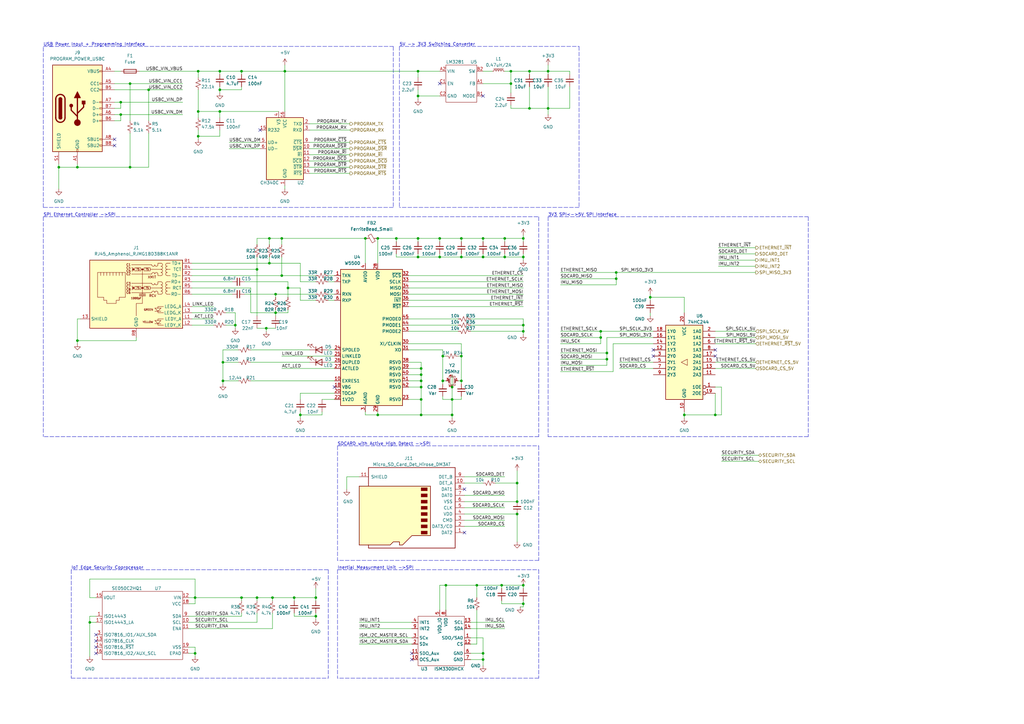
<source format=kicad_sch>
(kicad_sch (version 20231120) (generator "eeschema") (generator_version "8.0")
  (paper "A3")
  (title_block (title "MegaEtherBoard") (date "2022-02-19") (rev "A0") (comment 1 "Design by: Daniel J Manla") (comment 2 "Designed as a direct replacement for similar Arduino Mega boards with integrated Ethernet"))
  (lib_symbols
    (symbol "74xx:74HC244"
      (property "Reference" "U" (at -7.62 16.51 0))
      (property "Value" "74HC244" (at -7.62 -16.51 0))
      (symbol "74HC244_1_0"
        (pin input inverted (at -12.7 -10.16 0) (length 5.08) (name "1OE") (number "1"))
        (pin power_in line (at 0 -20.32 90) (length 5.08) (name "GND") (number "10"))
        (pin input line (at -12.7 -5.08 0) (length 5.08) (name "2A3") (number "11"))
        (pin tri_state line (at 12.7 5.08 180) (length 5.08) (name "1Y3") (number "12"))
        (pin input line (at -12.7 -2.54 0) (length 5.08) (name "2A2") (number "13"))
        (pin tri_state line (at 12.7 7.62 180) (length 5.08) (name "1Y2") (number "14"))
        (pin input line (at -12.7 0 0) (length 5.08) (name "2A1") (number "15"))
        (pin tri_state line (at 12.7 10.16 180) (length 5.08) (name "1Y1") (number "16"))
        (pin input line (at -12.7 2.54 0) (length 5.08) (name "2A0") (number "17"))
        (pin tri_state line (at 12.7 12.7 180) (length 5.08) (name "1Y0") (number "18"))
        (pin input inverted (at -12.7 -12.7 0) (length 5.08) (name "2OE") (number "19"))
        (pin input line (at -12.7 12.7 0) (length 5.08) (name "1A0") (number "2"))
        (pin power_in line (at 0 20.32 270) (length 5.08) (name "VCC") (number "20"))
        (pin tri_state line (at 12.7 2.54 180) (length 5.08) (name "2Y0") (number "3"))
        (pin input line (at -12.7 10.16 0) (length 5.08) (name "1A1") (number "4"))
        (pin tri_state line (at 12.7 0 180) (length 5.08) (name "2Y1") (number "5"))
        (pin input line (at -12.7 7.62 0) (length 5.08) (name "1A2") (number "6"))
        (pin tri_state line (at 12.7 -2.54 180) (length 5.08) (name "2Y2") (number "7"))
        (pin input line (at -12.7 5.08 0) (length 5.08) (name "1A3") (number "8"))
        (pin tri_state line (at 12.7 -5.08 180) (length 5.08) (name "2Y3") (number "9"))
      )
    )
    (symbol "Connector:Micro_SD_Card_Det_Hirose_DM3AT" (pin_names (offset 1.016))
      (property "Reference" "J" (at -16.51 17.78 0))
      (property "Value" "Micro_SD_Card_Det_Hirose_DM3AT" (at 16.51 17.78 0))
      (symbol "Micro_SD_Card_Det_Hirose_DM3AT_1_1"
        (pin bidirectional line (at -22.86 10.16 0) (length 3.81) (name "DAT2") (number "1"))
        (pin passive line (at -22.86 -10.16 0) (length 3.81) (name "DET_A") (number "10"))
        (pin passive line (at 20.32 -12.7 180) (length 3.81) (name "SHIELD") (number "11"))
        (pin bidirectional line (at -22.86 7.62 0) (length 3.81) (name "DAT3/CD") (number "2"))
        (pin input line (at -22.86 5.08 0) (length 3.81) (name "CMD") (number "3"))
        (pin power_in line (at -22.86 2.54 0) (length 3.81) (name "VDD") (number "4"))
        (pin input line (at -22.86 0 0) (length 3.81) (name "CLK") (number "5"))
        (pin power_in line (at -22.86 -2.54 0) (length 3.81) (name "VSS") (number "6"))
        (pin bidirectional line (at -22.86 -5.08 0) (length 3.81) (name "DAT0") (number "7"))
        (pin bidirectional line (at -22.86 -7.62 0) (length 3.81) (name "DAT1") (number "8"))
        (pin passive line (at -22.86 -12.7 0) (length 3.81) (name "DET_B") (number "9"))
      )
    )
    (symbol "Connector:RJ45_Amphenol_RJMG1BD3B8K1ANR"
      (property "Reference" "J" (at 19.05 15.24 0))
      (property "Value" "RJ45_Amphenol_RJMG1BD3B8K1ANR" (at -19.05 15.24 0))
      (symbol "RJ45_Amphenol_RJMG1BD3B8K1ANR_0_0"
        (text "1000pF" (at 0 -1.651 0) (effects (font (size 0.762 0.762))))
        (text "75" (at -4.445 2.54 0) (effects (font (size 0.762 0.762))))
        (text "75" (at -4.445 10.16 0) (effects (font (size 0.762 0.762))))
        (text "75" (at -0.635 2.54 0) (effects (font (size 0.762 0.762))))
        (text "75" (at -0.635 10.16 0) (effects (font (size 0.762 0.762))))
        (text "C1" (at 3.175 12.065 0) (effects (font (size 0.889 0.889))))
        (text "C2" (at 3.175 8.255 0) (effects (font (size 0.889 0.889))))
        (text "C3" (at 3.175 4.445 0) (effects (font (size 0.889 0.889))))
        (text "C4" (at 3.175 10.795 0) (effects (font (size 0.889 0.889))))
        (text "C5" (at 3.175 9.525 0) (effects (font (size 0.889 0.889))))
        (text "C6" (at 3.175 0.635 0) (effects (font (size 0.889 0.889))))
        (text "C7" (at 3.175 3.175 0) (effects (font (size 0.889 0.889))))
        (text "C8" (at 3.175 1.905 0) (effects (font (size 0.889 0.889))))
        (text "GREEN" (at -6.985 -6.35 0) (effects (font (size 0.762 0.762)) (justify left)))
        (text "RCV" (at -8.255 -0.635 0) (effects (font (size 1.016 1.016)) (justify left)))
        (text "XMIT" (at -8.255 6.985 0) (effects (font (size 1.016 1.016)) (justify left)))
        (text "YELLOW" (at -6.985 -11.43 0) (effects (font (size 0.762 0.762)) (justify left)))
      )
      (symbol "RJ45_Amphenol_RJMG1BD3B8K1ANR_1_1"
        (pin passive line (at 22.86 -10.16 180) (length 3.81) (name "SHIELD") (number "13"))
        (pin passive line (at -22.86 -10.16 0) (length 3.81) (name "LEDY_A") (number "L1"))
        (pin passive line (at -22.86 -12.7 0) (length 3.81) (name "LEDY_K") (number "L2"))
        (pin passive line (at -22.86 -7.62 0) (length 3.81) (name "LEDG_K") (number "L3"))
        (pin passive line (at -22.86 -5.08 0) (length 3.81) (name "LEDG_A") (number "L4"))
        (pin passive line (at -22.86 12.7 0) (length 3.81) (name "TD+") (number "R1"))
        (pin passive line (at -22.86 7.62 0) (length 3.81) (name "TD-") (number "R2"))
        (pin passive line (at -22.86 5.08 0) (length 3.81) (name "RD+") (number "R3"))
        (pin passive line (at -22.86 10.16 0) (length 3.81) (name "TCT") (number "R4"))
        (pin passive line (at -22.86 2.54 0) (length 3.81) (name "RCT") (number "R5"))
        (pin passive line (at -22.86 0 0) (length 3.81) (name "RD-") (number "R6"))
        (pin no_connect line (at 5.08 -5.08 0) (length 0) hide (name "NC") (number "R7"))
        (pin power_in line (at 0 -17.78 90) (length 3.81) (name "GND") (number "R8"))
      )
    )
    (symbol "Connector:USB_C_Receptacle_USB2.0" (pin_names (offset 1.016))
      (property "Reference" "J" (at -10.16 19.05 0))
      (property "Value" "USB_C_Receptacle_USB2.0" (at 19.05 19.05 0))
      (symbol "USB_C_Receptacle_USB2.0_1_1"
        (pin passive line (at 0 -22.86 90) (length 5.08) (name "GND") (number "A1"))
        (pin passive line (at 0 -22.86 90) (length 5.08) hide (name "GND") (number "A12"))
        (pin passive line (at 15.24 15.24 180) (length 5.08) (name "VBUS") (number "A4"))
        (pin bidirectional line (at 15.24 10.16 180) (length 5.08) (name "CC1") (number "A5"))
        (pin bidirectional line (at 15.24 -2.54 180) (length 5.08) (name "D+") (number "A6"))
        (pin bidirectional line (at 15.24 2.54 180) (length 5.08) (name "D-") (number "A7"))
        (pin bidirectional line (at 15.24 -12.7 180) (length 5.08) (name "SBU1") (number "A8"))
        (pin passive line (at 15.24 15.24 180) (length 5.08) hide (name "VBUS") (number "A9"))
        (pin passive line (at 0 -22.86 90) (length 5.08) hide (name "GND") (number "B1"))
        (pin passive line (at 0 -22.86 90) (length 5.08) hide (name "GND") (number "B12"))
        (pin passive line (at 15.24 15.24 180) (length 5.08) hide (name "VBUS") (number "B4"))
        (pin bidirectional line (at 15.24 7.62 180) (length 5.08) (name "CC2") (number "B5"))
        (pin bidirectional line (at 15.24 -5.08 180) (length 5.08) (name "D+") (number "B6"))
        (pin bidirectional line (at 15.24 0 180) (length 5.08) (name "D-") (number "B7"))
        (pin bidirectional line (at 15.24 -15.24 180) (length 5.08) (name "SBU2") (number "B8"))
        (pin passive line (at 15.24 15.24 180) (length 5.08) hide (name "VBUS") (number "B9"))
        (pin passive line (at -7.62 -22.86 90) (length 5.08) (name "SHIELD") (number "S1"))
      )
    )
    (symbol "DC_DC_Converters:LM3281"
      (property "Reference" "U" (at 0 0 0))
      (property "Value" "LM3281" (at 0 2.54 0))
      (symbol "LM3281_1_1"
        (pin input line (at 8.89 -8.89 180) (length 2.54) (name "FB") (number "A1"))
        (pin power_in line (at -8.89 -3.81 0) (length 2.54) (name "VIN") (number "A2"))
        (pin input line (at 8.89 -13.97 180) (length 2.54) (name "MODE") (number "B1"))
        (pin input line (at 8.89 -3.81 180) (length 2.54) (name "SW") (number "B2"))
        (pin input line (at -8.89 -8.89 0) (length 2.54) (name "EN") (number "C1"))
        (pin power_in line (at -8.89 -13.97 0) (length 2.54) (name "GND") (number "C2"))
      )
    )
    (symbol "Device:C_Small" (pin_numbers hide) (pin_names (offset 0.254) hide)
      (property "Reference" "C" (at 0.254 1.778 0))
      (property "Value" "C_Small" (at 0.254 -2.032 0))
      (symbol "C_Small_1_1"
        (pin passive line (at 0 2.54 270) (length 2.032) (name "~") (number "1"))
        (pin passive line (at 0 -2.54 90) (length 2.032) (name "~") (number "2"))
      )
    )
    (symbol "Device:Crystal_GND24_Small" (pin_names (offset 1.016) hide)
      (property "Reference" "Y" (at 1.27 4.445 0))
      (property "Value" "Crystal_GND24_Small" (at 1.27 2.54 0))
      (symbol "Crystal_GND24_Small_1_1"
        (pin passive line (at -2.54 0 0) (length 1.27) (name "1") (number "1"))
        (pin passive line (at 0 -2.54 90) (length 0.635) (name "2") (number "2"))
        (pin passive line (at 2.54 0 180) (length 1.27) (name "3") (number "3"))
        (pin passive line (at 0 2.54 270) (length 0.635) (name "4") (number "4"))
      )
    )
    (symbol "Device:FerriteBead_Small" (pin_numbers hide) (pin_names (offset 0))
      (property "Reference" "FB" (at 1.905 1.27 0))
      (property "Value" "FerriteBead_Small" (at 1.905 -1.27 0))
      (symbol "FerriteBead_Small_1_1"
        (pin passive line (at 0 2.54 270) (length 1.27) (name "~") (number "1"))
        (pin passive line (at 0 -2.54 90) (length 1.27) (name "~") (number "2"))
      )
    )
    (symbol "Device:Fuse" (pin_numbers hide) (pin_names (offset 0))
      (property "Reference" "F" (at 2.032 0 90))
      (property "Value" "Fuse" (at -1.905 0 90))
      (symbol "Fuse_1_1"
        (pin passive line (at 0 3.81 270) (length 1.27) (name "~") (number "1"))
        (pin passive line (at 0 -3.81 90) (length 1.27) (name "~") (number "2"))
      )
    )
    (symbol "Device:LED" (pin_numbers hide) (pin_names (offset 1.016) hide)
      (property "Reference" "D" (at 0 2.54 0))
      (property "Value" "LED" (at 0 -2.54 0))
      (symbol "LED_1_1"
        (pin passive line (at -3.81 0 0) (length 2.54) (name "K") (number "1"))
        (pin passive line (at 3.81 0 180) (length 2.54) (name "A") (number "2"))
      )
    )
    (symbol "Device:L_Ferrite_Small" (pin_numbers hide) (pin_names (offset 0.254) hide)
      (property "Reference" "L" (at 1.27 1.016 0))
      (property "Value" "L_Ferrite_Small" (at 1.27 -1.27 0))
      (symbol "L_Ferrite_Small_1_1"
        (pin passive line (at 0 2.54 270) (length 0.508) (name "~") (number "1"))
        (pin passive line (at 0 -2.54 90) (length 0.508) (name "~") (number "2"))
      )
    )
    (symbol "Device:R_Small_US" (pin_numbers hide) (pin_names (offset 0.254) hide)
      (property "Reference" "R" (at 0.762 0.508 0))
      (property "Value" "R_Small_US" (at 0.762 -1.016 0))
      (symbol "R_Small_US_1_1"
        (pin passive line (at 0 2.54 270) (length 1.016) (name "~") (number "1"))
        (pin passive line (at 0 -2.54 90) (length 1.016) (name "~") (number "2"))
      )
    )
    (symbol "EmbeddedSecurity:SE050C2HQ1"
      (property "Reference" "U" (at 0 0 0))
      (property "Value" "SE050C2HQ1" (at 0 2.54 0))
      (symbol "SE050C2HQ1_1_1"
        (pin input line (at 19.05 -12.7 180) (length 2.54) (name "ISO14443") (number "1"))
        (pin bidirectional line (at -19.05 -15.24 0) (length 2.54) (name "SCL") (number "10"))
        (pin input line (at -19.05 -17.78 0) (length 2.54) (name "ENA") (number "11"))
        (pin power_in line (at -19.05 -5.08 0) (length 2.54) (name "VIN") (number "12"))
        (pin bidirectional line (at 19.05 -22.86 180) (length 2.54) (name "ISO7816_CLK") (number "13"))
        (pin bidirectional line (at 19.05 -25.4 180) (length 2.54) (name "ISO7816_~{RST}") (number "14"))
        (pin power_out line (at 19.05 -5.08 180) (length 2.54) (name "VOUT") (number "15"))
        (pin power_out line (at 19.05 -27.94 180) (length 2.54) (name "ISO7816_IO2/AUX_SCL") (number "16"))
        (pin bidirectional line (at 19.05 -15.24 180) (length 2.54) (name "ISO14443_LA") (number "17"))
        (pin power_in line (at -19.05 -7.62 0) (length 2.54) (name "VCC") (number "18"))
        (pin power_out line (at -19.05 -25.4 0) (length 2.54) (name "VSS") (number "19"))
        (pin no_connect line (at -19.05 -22.86 0) (length 2.54) hide (name "NC") (number "2"))
        (pin no_connect line (at -19.05 -22.86 0) (length 2.54) hide (name "NC") (number "20"))
        (pin power_out line (at -19.05 -27.94 0) (length 2.54) (name "EPAD") (number "21"))
        (pin bidirectional line (at 19.05 -20.32 180) (length 2.54) (name "ISO7816_IO1/AUX_SDA") (number "3"))
        (pin no_connect line (at -19.05 -22.86 0) (length 2.54) hide (name "NC") (number "4"))
        (pin no_connect line (at -19.05 -22.86 0) (length 2.54) hide (name "NC") (number "5"))
        (pin no_connect line (at -19.05 -22.86 0) (length 2.54) hide (name "NC") (number "6"))
        (pin no_connect line (at -19.05 -22.86 0) (length 2.54) hide (name "NC") (number "7"))
        (pin no_connect line (at -19.05 -22.86 0) (length 2.54) hide (name "NC") (number "8"))
        (pin bidirectional line (at -19.05 -12.7 0) (length 2.54) (name "SDA") (number "9"))
      )
    )
    (symbol "InertialMeasurement:ISM330DHCX"
      (property "Reference" "U" (at 8.89 0 0))
      (property "Value" "ISM330DHCX" (at 8.89 -2.54 0))
      (symbol "ISM330DHCX_1_1"
        (pin output line (at -11.43 -12.7 0) (length 2.54) (name "SDO/SA0") (number "1"))
        (pin output line (at 12.7 -21.59 180) (length 2.54) (name "OCS_Aux") (number "10"))
        (pin input line (at 12.7 -19.05 180) (length 2.54) (name "SDO_Aux") (number "11"))
        (pin input line (at -11.43 -15.24 0) (length 2.54) (name "CS") (number "12"))
        (pin bidirectional line (at -11.43 -6.35 0) (length 2.54) (name "SCL") (number "13"))
        (pin bidirectional line (at -11.43 -8.89 0) (length 2.54) (name "SDA") (number "14"))
        (pin output line (at 12.7 -15.24 180) (length 2.54) (name "SDx") (number "2"))
        (pin output line (at 12.7 -12.7 180) (length 2.54) (name "SCx") (number "3"))
        (pin output line (at 12.7 -6.35 180) (length 2.54) (name "INT1") (number "4"))
        (pin power_out line (at 1.27 -1.27 270) (length 2.54) (name "VDD_IO") (number "5"))
        (pin power_out line (at -11.43 -19.05 0) (length 2.54) (name "GND") (number "6"))
        (pin power_out line (at -11.43 -21.59 0) (length 2.54) (name "GND") (number "7"))
        (pin power_out line (at -1.27 -1.27 270) (length 2.54) (name "VDD") (number "8"))
        (pin output line (at 12.7 -8.89 180) (length 2.54) (name "INT2") (number "9"))
      )
    )
    (symbol "Interface_Ethernet:W5500"
      (property "Reference" "U" (at -11.43 29.21 0))
      (property "Value" "W5500" (at 8.89 29.21 0))
      (symbol "W5500_1_1"
        (pin output line (at 15.24 25.4 180) (length 2.54) (name "TXN") (number "1"))
        (pin passive line (at 15.24 -17.78 180) (length 2.54) (name "EXRES1") (number "10"))
        (pin passive line (at 2.54 30.48 270) (length 2.54) hide (name "AVDD") (number "11"))
        (pin no_connect line (at 12.7 7.62 180) (length 2.54) hide (name "NC") (number "12"))
        (pin no_connect line (at 12.7 5.08 180) (length 2.54) hide (name "NC") (number "13"))
        (pin passive line (at 2.54 -30.48 90) (length 2.54) hide (name "AGND") (number "14"))
        (pin passive line (at 2.54 30.48 270) (length 2.54) hide (name "AVDD") (number "15"))
        (pin passive line (at 2.54 -30.48 90) (length 2.54) hide (name "AGND") (number "16"))
        (pin passive line (at 2.54 30.48 270) (length 2.54) hide (name "AVDD") (number "17"))
        (pin passive line (at 15.24 -20.32 180) (length 2.54) (name "VBG") (number "18"))
        (pin passive line (at 2.54 -30.48 90) (length 2.54) hide (name "AGND") (number "19"))
        (pin output line (at 15.24 22.86 180) (length 2.54) (name "TXP") (number "2"))
        (pin passive line (at 15.24 -22.86 180) (length 2.54) (name "TOCAP") (number "20"))
        (pin passive line (at 2.54 30.48 270) (length 2.54) hide (name "AVDD") (number "21"))
        (pin output line (at 15.24 -25.4 180) (length 2.54) (name "1V2O") (number "22"))
        (pin input line (at -15.24 -25.4 0) (length 2.54) (name "RSVD") (number "23"))
        (pin output line (at 15.24 -5.08 180) (length 2.54) (name "SPDLED") (number "24"))
        (pin output line (at 15.24 -7.62 180) (length 2.54) (name "LINKLED") (number "25"))
        (pin output line (at 15.24 -10.16 180) (length 2.54) (name "DUPLED") (number "26"))
        (pin output line (at 15.24 -12.7 180) (length 2.54) (name "ACTLED") (number "27"))
        (pin power_in line (at -2.54 30.48 270) (length 2.54) (name "VDD") (number "28"))
        (pin power_in line (at -2.54 -30.48 90) (length 2.54) (name "GND") (number "29"))
        (pin power_in line (at 2.54 -30.48 90) (length 2.54) (name "AGND") (number "3"))
        (pin input line (at -15.24 -2.54 0) (length 2.54) (name "XI/CLKIN") (number "30"))
        (pin output line (at -15.24 -5.08 0) (length 2.54) (name "XO") (number "31"))
        (pin input line (at -15.24 25.4 0) (length 2.54) (name "~{SCS}") (number "32"))
        (pin input line (at -15.24 22.86 0) (length 2.54) (name "SCLK") (number "33"))
        (pin output line (at -15.24 20.32 0) (length 2.54) (name "MISO") (number "34"))
        (pin input line (at -15.24 17.78 0) (length 2.54) (name "MOSI") (number "35"))
        (pin input line (at -15.24 15.24 0) (length 2.54) (name "~{INT}") (number "36"))
        (pin input line (at -15.24 12.7 0) (length 2.54) (name "~{RST}") (number "37"))
        (pin input line (at -15.24 -10.16 0) (length 2.54) (name "RSVD") (number "38"))
        (pin input line (at -15.24 -12.7 0) (length 2.54) (name "RSVD") (number "39"))
        (pin power_in line (at 2.54 30.48 270) (length 2.54) (name "AVDD") (number "4"))
        (pin input line (at -15.24 -15.24 0) (length 2.54) (name "RSVD") (number "40"))
        (pin input line (at -15.24 -17.78 0) (length 2.54) (name "RSVD") (number "41"))
        (pin input line (at -15.24 -20.32 0) (length 2.54) (name "RSVD") (number "42"))
        (pin input line (at -15.24 2.54 0) (length 2.54) (name "PMODE2") (number "43"))
        (pin input line (at -15.24 5.08 0) (length 2.54) (name "PMODE1") (number "44"))
        (pin input line (at -15.24 7.62 0) (length 2.54) (name "PMODE0") (number "45"))
        (pin no_connect line (at 12.7 2.54 180) (length 2.54) hide (name "NC") (number "46"))
        (pin no_connect line (at 12.7 0 180) (length 2.54) hide (name "NC") (number "47"))
        (pin passive line (at 2.54 -30.48 90) (length 2.54) hide (name "AGND") (number "48"))
        (pin input line (at 15.24 17.78 180) (length 2.54) (name "RXN") (number "5"))
        (pin input line (at 15.24 15.24 180) (length 2.54) (name "RXP") (number "6"))
        (pin no_connect line (at 12.7 10.16 180) (length 2.54) hide (name "DNC") (number "7"))
        (pin passive line (at 2.54 30.48 270) (length 2.54) hide (name "AVDD") (number "8"))
        (pin passive line (at 2.54 -30.48 90) (length 2.54) hide (name "AGND") (number "9"))
      )
    )
    (symbol "Interface_USB:CH340C"
      (property "Reference" "U" (at -5.08 13.97 0))
      (property "Value" "CH340C" (at 1.27 13.97 0))
      (symbol "CH340C_1_1"
        (pin power_in line (at 0 -15.24 90) (length 2.54) (name "GND") (number "1"))
        (pin input line (at 10.16 0 180) (length 2.54) (name "~{DSR}") (number "10"))
        (pin input line (at 10.16 -2.54 180) (length 2.54) (name "~{RI}") (number "11"))
        (pin input line (at 10.16 -5.08 180) (length 2.54) (name "~{DCD}") (number "12"))
        (pin output line (at 10.16 -7.62 180) (length 2.54) (name "~{DTR}") (number "13"))
        (pin output line (at 10.16 -10.16 180) (length 2.54) (name "~{RTS}") (number "14"))
        (pin input line (at -10.16 7.62 0) (length 2.54) (name "R232") (number "15"))
        (pin power_in line (at 0 15.24 270) (length 2.54) (name "VCC") (number "16"))
        (pin output line (at 10.16 10.16 180) (length 2.54) (name "TXD") (number "2"))
        (pin input line (at 10.16 7.62 180) (length 2.54) (name "RXD") (number "3"))
        (pin passive line (at -2.54 15.24 270) (length 2.54) (name "V3") (number "4"))
        (pin bidirectional line (at -10.16 2.54 0) (length 2.54) (name "UD+") (number "5"))
        (pin bidirectional line (at -10.16 0 0) (length 2.54) (name "UD-") (number "6"))
        (pin no_connect line (at -7.62 -7.62 0) (length 2.54) hide (name "NC") (number "7"))
        (pin no_connect line (at -7.62 -10.16 0) (length 2.54) hide (name "NC") (number "8"))
        (pin input line (at 10.16 2.54 180) (length 2.54) (name "~{CTS}") (number "9"))
      )
    )
    (symbol "power:+3.3V" (power) (pin_names (offset 0))
      (property "Value" "+3.3V" (at 0 3.556 0))
      (symbol "+3.3V_1_1"
        (pin power_in line (at 0 0 90) (length 0) hide (name "+3V3") (number "1"))
      )
    )
    (symbol "power:+5V" (power) (pin_names (offset 0))
      (property "Value" "+5V" (at 0 3.556 0))
      (symbol "+5V_1_1"
        (pin power_in line (at 0 0 90) (length 0) hide (name "+5V") (number "1"))
      )
    )
    (symbol "power:GND" (power) (pin_names (offset 0))
      (property "Value" "GND" (at 0 -3.81 0))
      (symbol "GND_1_1"
        (pin power_in line (at 0 0 270) (length 0) hide (name "GND") (number "1"))
      )
    )
  )
  (junction (at 154.94 170.18))
  (junction (at 252.73 111.76))
  (junction (at 49.53 41.91))
  (junction (at 214.63 133.35))
  (junction (at 212.09 205.74))
  (junction (at 105.41 110.49))
  (junction (at 123.19 170.18))
  (junction (at 214.63 97.79))
  (junction (at 214.63 240.03))
  (junction (at 91.44 148.59))
  (junction (at 212.09 210.82))
  (junction (at 129.54 252.73))
  (junction (at 266.7 121.92))
  (junction (at 171.45 29.21))
  (junction (at 171.45 39.37))
  (junction (at 180.34 97.79))
  (junction (at 217.17 44.45))
  (junction (at 207.01 105.41))
  (junction (at 171.45 97.79))
  (junction (at 185.42 163.83))
  (junction (at 198.12 105.41))
  (junction (at 116.84 29.21))
  (junction (at 172.72 170.18))
  (junction (at 180.34 105.41))
  (junction (at 109.22 134.62))
  (junction (at 31.75 139.7))
  (junction (at 80.01 245.11))
  (junction (at 224.79 29.21))
  (junction (at 81.28 29.21))
  (junction (at 246.38 138.43))
  (junction (at 115.57 97.79))
  (junction (at 189.23 156.21))
  (junction (at 189.23 97.79))
  (junction (at 185.42 170.18))
  (junction (at 105.41 245.11))
  (junction (at 172.72 163.83))
  (junction (at 280.67 170.18))
  (junction (at 96.52 133.35))
  (junction (at 248.92 147.32))
  (junction (at 99.06 29.21))
  (junction (at 81.28 45.72))
  (junction (at 91.44 156.21))
  (junction (at 162.56 97.79))
  (junction (at 99.06 245.11))
  (junction (at 185.42 158.75))
  (junction (at 171.45 105.41))
  (junction (at 113.03 120.65))
  (junction (at 110.49 107.95))
  (junction (at 110.49 97.79))
  (junction (at 31.75 68.58))
  (junction (at 212.09 198.12))
  (junction (at 224.79 44.45))
  (junction (at 118.11 118.11))
  (junction (at 248.92 144.78))
  (junction (at 149.86 97.79))
  (junction (at 53.34 68.58))
  (junction (at 80.01 267.97))
  (junction (at 209.55 34.29))
  (junction (at 172.72 156.21))
  (junction (at 195.58 240.03))
  (junction (at 36.83 255.27))
  (junction (at 120.65 245.11))
  (junction (at 293.37 170.18))
  (junction (at 172.72 153.67))
  (junction (at 60.96 36.83))
  (junction (at 172.72 158.75))
  (junction (at 154.94 97.79))
  (junction (at 214.63 247.65))
  (junction (at 129.54 245.11))
  (junction (at 198.12 270.51))
  (junction (at 209.55 29.21))
  (junction (at 198.12 97.79))
  (junction (at 246.38 135.89))
  (junction (at 252.73 114.3))
  (junction (at 115.57 113.03))
  (junction (at 217.17 29.21))
  (junction (at 181.61 146.05))
  (junction (at 205.74 240.03))
  (junction (at 53.34 34.29))
  (junction (at 49.53 46.99))
  (junction (at 111.76 245.11))
  (junction (at 90.17 45.72))
  (junction (at 214.63 135.89))
  (junction (at 90.17 29.21))
  (junction (at 81.28 55.88))
  (junction (at 24.13 68.58))
  (junction (at 182.88 240.03))
  (junction (at 214.63 105.41))
  (junction (at 189.23 105.41))
  (junction (at 207.01 97.79))
  (junction (at 189.23 146.05))
  (junction (at 113.03 128.27))
  (junction (at 172.72 151.13))
  (junction (at 181.61 156.21))
  (junction (at 198.12 267.97))
  (junction (at 90.17 36.83))
  (no_connect (at 106.68 53.34))
  (no_connect (at 137.16 158.75))
  (no_connect (at 39.37 267.97))
  (no_connect (at 39.37 260.35))
  (no_connect (at 39.37 265.43))
  (no_connect (at 39.37 262.89))
  (no_connect (at 46.99 59.69))
  (no_connect (at 46.99 57.15))
  (no_connect (at 168.91 270.51))
  (no_connect (at 168.91 267.97))
  (no_connect (at 293.37 143.51))
  (no_connect (at 267.97 143.51))
  (no_connect (at 293.37 146.05))
  (no_connect (at 267.97 146.05))
  (no_connect (at 190.5 200.66))
  (no_connect (at 190.5 218.44))
  (no_connect (at 198.12 39.37))
  (no_connect (at 180.34 34.29))
  (polyline (pts (xy 220.98 229.87) (xy 138.43 229.87)) (stroke (width 0) (type dash)))
  (polyline (pts (xy 17.78 88.9) (xy 17.78 179.07)) (stroke (width 0) (type dash)))
  (wire (pts (xy 190.5 210.82) (xy 212.09 210.82)))
  (wire (pts (xy 224.79 26.67) (xy 224.79 29.21)))
  (wire (pts (xy 96.52 133.35) (xy 96.52 128.27)))
  (wire (pts (xy 214.63 120.65) (xy 167.64 120.65)))
  (wire (pts (xy 233.68 29.21) (xy 233.68 30.48)))
  (wire (pts (xy 93.98 58.42) (xy 106.68 58.42)))
  (wire (pts (xy 212.09 193.04) (xy 212.09 198.12)))
  (wire (pts (xy 207.01 97.79) (xy 198.12 97.79)))
  (wire (pts (xy 123.19 118.11) (xy 123.19 123.19)))
  (wire (pts (xy 229.87 149.86) (xy 248.92 149.86)))
  (polyline (pts (xy 138.43 182.88) (xy 220.98 182.88)) (stroke (width 0) (type dash)))
  (wire (pts (xy 60.96 36.83) (xy 74.93 36.83)))
  (wire (pts (xy 77.47 245.11) (xy 80.01 245.11)))
  (wire (pts (xy 46.99 49.53) (xy 49.53 49.53)))
  (wire (pts (xy 212.09 210.82) (xy 212.09 222.25)))
  (wire (pts (xy 80.01 267.97) (xy 80.01 269.24)))
  (wire (pts (xy 81.28 45.72) (xy 81.28 48.26)))
  (wire (pts (xy 266.7 128.27) (xy 266.7 129.54)))
  (wire (pts (xy 149.86 168.91) (xy 149.86 170.18)))
  (wire (pts (xy 233.68 44.45) (xy 224.79 44.45)))
  (wire (pts (xy 246.38 140.97) (xy 246.38 138.43)))
  (wire (pts (xy 207.01 97.79) (xy 207.01 99.06)))
  (wire (pts (xy 189.23 156.21) (xy 189.23 157.48)))
  (polyline (pts (xy 20.32 19.05) (xy 161.29 19.05)) (stroke (width 0) (type dash)))
  (wire (pts (xy 172.72 151.13) (xy 172.72 153.67)))
  (wire (pts (xy 180.34 104.14) (xy 180.34 105.41)))
  (wire (pts (xy 190.5 203.2) (xy 207.01 203.2)))
  (wire (pts (xy 31.75 139.7) (xy 31.75 140.97)))
  (wire (pts (xy 185.42 153.67) (xy 185.42 158.75)))
  (wire (pts (xy 36.83 255.27) (xy 39.37 255.27)))
  (wire (pts (xy 102.87 118.11) (xy 102.87 128.27)))
  (wire (pts (xy 120.65 245.11) (xy 120.65 246.38)))
  (wire (pts (xy 214.63 115.57) (xy 167.64 115.57)))
  (wire (pts (xy 293.37 138.43) (xy 309.88 138.43)))
  (polyline (pts (xy 237.49 19.05) (xy 237.49 85.09)) (stroke (width 0) (type dash)))
  (wire (pts (xy 229.87 116.84) (xy 252.73 116.84)))
  (wire (pts (xy 99.06 252.73) (xy 99.06 251.46)))
  (wire (pts (xy 193.04 270.51) (xy 198.12 270.51)))
  (wire (pts (xy 116.84 76.2) (xy 116.84 77.47)))
  (wire (pts (xy 113.03 120.65) (xy 100.33 120.65)))
  (wire (pts (xy 217.17 29.21) (xy 224.79 29.21)))
  (wire (pts (xy 129.54 120.65) (xy 113.03 120.65)))
  (wire (pts (xy 181.61 163.83) (xy 185.42 163.83)))
  (wire (pts (xy 172.72 163.83) (xy 172.72 170.18)))
  (wire (pts (xy 31.75 68.58) (xy 53.34 68.58)))
  (wire (pts (xy 294.64 104.14) (xy 309.88 104.14)))
  (wire (pts (xy 172.72 156.21) (xy 167.64 156.21)))
  (wire (pts (xy 214.63 240.03) (xy 214.63 241.3)))
  (polyline (pts (xy 17.78 88.9) (xy 220.98 88.9)) (stroke (width 0) (type dash)))
  (wire (pts (xy 127 53.34) (xy 143.51 53.34)))
  (wire (pts (xy 252.73 114.3) (xy 252.73 111.76)))
  (wire (pts (xy 118.11 128.27) (xy 113.03 128.27)))
  (wire (pts (xy 78.74 133.35) (xy 87.63 133.35)))
  (wire (pts (xy 162.56 104.14) (xy 162.56 105.41)))
  (wire (pts (xy 115.57 151.13) (xy 137.16 151.13)))
  (wire (pts (xy 187.96 133.35) (xy 167.64 133.35)))
  (wire (pts (xy 154.94 97.79) (xy 154.94 107.95)))
  (wire (pts (xy 110.49 105.41) (xy 110.49 107.95)))
  (wire (pts (xy 123.19 168.91) (xy 123.19 170.18)))
  (wire (pts (xy 77.47 257.81) (xy 111.76 257.81)))
  (wire (pts (xy 198.12 29.21) (xy 201.93 29.21)))
  (wire (pts (xy 214.63 118.11) (xy 167.64 118.11)))
  (wire (pts (xy 46.99 29.21) (xy 49.53 29.21)))
  (polyline (pts (xy 138.43 233.68) (xy 138.43 278.13)) (stroke (width 0) (type dash)))
  (wire (pts (xy 105.41 97.79) (xy 105.41 100.33)))
  (wire (pts (xy 171.45 36.83) (xy 171.45 39.37)))
  (wire (pts (xy 78.74 107.95) (xy 110.49 107.95)))
  (wire (pts (xy 229.87 114.3) (xy 252.73 114.3)))
  (wire (pts (xy 248.92 138.43) (xy 248.92 144.78)))
  (wire (pts (xy 172.72 156.21) (xy 172.72 158.75)))
  (wire (pts (xy 214.63 125.73) (xy 167.64 125.73)))
  (wire (pts (xy 294.64 106.68) (xy 309.88 106.68)))
  (wire (pts (xy 80.01 247.65) (xy 77.47 247.65)))
  (wire (pts (xy 181.61 146.05) (xy 181.61 143.51)))
  (wire (pts (xy 137.16 120.65) (xy 134.62 120.65)))
  (wire (pts (xy 214.63 113.03) (xy 167.64 113.03)))
  (wire (pts (xy 254 148.59) (xy 267.97 148.59)))
  (wire (pts (xy 189.23 105.41) (xy 198.12 105.41)))
  (wire (pts (xy 24.13 68.58) (xy 24.13 77.47)))
  (wire (pts (xy 129.54 241.3) (xy 129.54 245.11)))
  (wire (pts (xy 105.41 110.49) (xy 105.41 129.54)))
  (wire (pts (xy 214.63 247.65) (xy 214.63 248.92)))
  (polyline (pts (xy 134.62 233.68) (xy 29.21 233.68)) (stroke (width 0) (type dash)))
  (wire (pts (xy 113.03 120.65) (xy 113.03 121.92)))
  (wire (pts (xy 294.64 109.22) (xy 309.88 109.22)))
  (wire (pts (xy 137.16 115.57) (xy 134.62 115.57)))
  (polyline (pts (xy 220.98 278.13) (xy 138.43 278.13)) (stroke (width 0) (type dash)))
  (wire (pts (xy 254 151.13) (xy 267.97 151.13)))
  (wire (pts (xy 81.28 45.72) (xy 81.28 36.83)))
  (wire (pts (xy 295.91 186.69) (xy 311.15 186.69)))
  (wire (pts (xy 190.5 208.28) (xy 207.01 208.28)))
  (wire (pts (xy 81.28 29.21) (xy 90.17 29.21)))
  (wire (pts (xy 295.91 158.75) (xy 295.91 170.18)))
  (wire (pts (xy 248.92 147.32) (xy 248.92 144.78)))
  (wire (pts (xy 189.23 162.56) (xy 189.23 163.83)))
  (wire (pts (xy 224.79 29.21) (xy 233.68 29.21)))
  (wire (pts (xy 214.63 105.41) (xy 214.63 104.14)))
  (wire (pts (xy 214.63 96.52) (xy 214.63 97.79)))
  (wire (pts (xy 36.83 237.49) (xy 80.01 237.49)))
  (wire (pts (xy 207.01 105.41) (xy 214.63 105.41)))
  (wire (pts (xy 36.83 252.73) (xy 36.83 255.27)))
  (wire (pts (xy 109.22 134.62) (xy 109.22 135.89)))
  (wire (pts (xy 185.42 170.18) (xy 172.72 170.18)))
  (wire (pts (xy 167.64 148.59) (xy 172.72 148.59)))
  (wire (pts (xy 187.96 156.21) (xy 189.23 156.21)))
  (polyline (pts (xy 237.49 85.09) (xy 163.83 85.09)) (stroke (width 0) (type dash)))
  (wire (pts (xy 99.06 29.21) (xy 99.06 30.48)))
  (wire (pts (xy 49.53 44.45) (xy 49.53 41.91)))
  (wire (pts (xy 185.42 158.75) (xy 185.42 163.83)))
  (wire (pts (xy 118.11 127) (xy 118.11 128.27)))
  (wire (pts (xy 209.55 34.29) (xy 209.55 29.21)))
  (wire (pts (xy 182.88 156.21) (xy 181.61 156.21)))
  (polyline (pts (xy 331.47 88.9) (xy 331.47 179.07)) (stroke (width 0) (type dash)))
  (wire (pts (xy 182.88 240.03) (xy 180.34 240.03)))
  (wire (pts (xy 214.63 105.41) (xy 214.63 106.68)))
  (wire (pts (xy 190.5 205.74) (xy 212.09 205.74)))
  (wire (pts (xy 132.08 170.18) (xy 123.19 170.18)))
  (wire (pts (xy 217.17 44.45) (xy 224.79 44.45)))
  (wire (pts (xy 280.67 121.92) (xy 280.67 128.27)))
  (wire (pts (xy 207.01 97.79) (xy 214.63 97.79)))
  (wire (pts (xy 24.13 68.58) (xy 31.75 68.58)))
  (wire (pts (xy 127 60.96) (xy 143.51 60.96)))
  (wire (pts (xy 127 63.5) (xy 143.51 63.5)))
  (wire (pts (xy 137.16 156.21) (xy 102.87 156.21)))
  (wire (pts (xy 198.12 104.14) (xy 198.12 105.41)))
  (wire (pts (xy 207.01 104.14) (xy 207.01 105.41)))
  (wire (pts (xy 172.72 148.59) (xy 172.72 151.13)))
  (wire (pts (xy 251.46 140.97) (xy 267.97 140.97)))
  (wire (pts (xy 149.86 170.18) (xy 154.94 170.18)))
  (wire (pts (xy 246.38 138.43) (xy 246.38 135.89)))
  (wire (pts (xy 229.87 140.97) (xy 246.38 140.97)))
  (wire (pts (xy 81.28 53.34) (xy 81.28 55.88)))
  (wire (pts (xy 205.74 246.38) (xy 205.74 247.65)))
  (wire (pts (xy 293.37 151.13) (xy 309.88 151.13)))
  (wire (pts (xy 214.63 123.19) (xy 167.64 123.19)))
  (wire (pts (xy 229.87 111.76) (xy 252.73 111.76)))
  (wire (pts (xy 49.53 41.91) (xy 74.93 41.91)))
  (wire (pts (xy 280.67 168.91) (xy 280.67 170.18)))
  (polyline (pts (xy 220.98 88.9) (xy 220.98 179.07)) (stroke (width 0) (type dash)))
  (wire (pts (xy 190.5 198.12) (xy 198.12 198.12)))
  (wire (pts (xy 214.63 97.79) (xy 214.63 99.06)))
  (polyline (pts (xy 220.98 182.88) (xy 220.98 229.87)) (stroke (width 0) (type dash)))
  (wire (pts (xy 214.63 240.03) (xy 205.74 240.03)))
  (wire (pts (xy 180.34 39.37) (xy 171.45 39.37)))
  (wire (pts (xy 209.55 43.18) (xy 209.55 44.45)))
  (wire (pts (xy 81.28 55.88) (xy 81.28 57.15)))
  (wire (pts (xy 53.34 34.29) (xy 74.93 34.29)))
  (wire (pts (xy 224.79 35.56) (xy 224.79 44.45)))
  (wire (pts (xy 214.63 133.35) (xy 193.04 133.35)))
  (wire (pts (xy 92.71 133.35) (xy 96.52 133.35)))
  (wire (pts (xy 46.99 41.91) (xy 49.53 41.91)))
  (wire (pts (xy 293.37 135.89) (xy 309.88 135.89)))
  (wire (pts (xy 137.16 161.29) (xy 123.19 161.29)))
  (wire (pts (xy 172.72 158.75) (xy 172.72 163.83)))
  (wire (pts (xy 132.08 168.91) (xy 132.08 170.18)))
  (wire (pts (xy 137.16 143.51) (xy 134.62 143.51)))
  (wire (pts (xy 193.04 261.62) (xy 198.12 261.62)))
  (polyline (pts (xy 138.43 182.88) (xy 138.43 229.87)) (stroke (width 0) (type dash)))
  (wire (pts (xy 39.37 252.73) (xy 36.83 252.73)))
  (wire (pts (xy 90.17 38.1) (xy 90.17 36.83)))
  (wire (pts (xy 190.5 195.58) (xy 207.01 195.58)))
  (wire (pts (xy 246.38 135.89) (xy 267.97 135.89)))
  (wire (pts (xy 172.72 153.67) (xy 167.64 153.67)))
  (polyline (pts (xy 161.29 19.05) (xy 161.29 85.09)) (stroke (width 0) (type dash)))
  (wire (pts (xy 53.34 34.29) (xy 53.34 49.53)))
  (wire (pts (xy 187.96 130.81) (xy 167.64 130.81)))
  (wire (pts (xy 214.63 135.89) (xy 193.04 135.89)))
  (wire (pts (xy 123.19 170.18) (xy 123.19 171.45)))
  (wire (pts (xy 172.72 170.18) (xy 154.94 170.18)))
  (wire (pts (xy 31.75 139.7) (xy 55.88 139.7)))
  (wire (pts (xy 198.12 99.06) (xy 198.12 97.79)))
  (wire (pts (xy 171.45 29.21) (xy 171.45 31.75)))
  (wire (pts (xy 100.33 115.57) (xy 118.11 115.57)))
  (wire (pts (xy 77.47 255.27) (xy 105.41 255.27)))
  (wire (pts (xy 116.84 29.21) (xy 116.84 45.72)))
  (wire (pts (xy 187.96 135.89) (xy 167.64 135.89)))
  (wire (pts (xy 90.17 35.56) (xy 90.17 36.83)))
  (wire (pts (xy 181.61 162.56) (xy 181.61 163.83)))
  (wire (pts (xy 189.23 146.05) (xy 187.96 146.05)))
  (wire (pts (xy 217.17 35.56) (xy 217.17 44.45)))
  (wire (pts (xy 46.99 36.83) (xy 60.96 36.83)))
  (wire (pts (xy 162.56 105.41) (xy 171.45 105.41)))
  (wire (pts (xy 97.79 156.21) (xy 91.44 156.21)))
  (wire (pts (xy 78.74 120.65) (xy 95.25 120.65)))
  (wire (pts (xy 116.84 26.67) (xy 116.84 29.21)))
  (wire (pts (xy 280.67 170.18) (xy 280.67 171.45)))
  (wire (pts (xy 172.72 151.13) (xy 167.64 151.13)))
  (wire (pts (xy 60.96 68.58) (xy 60.96 54.61)))
  (wire (pts (xy 78.74 118.11) (xy 102.87 118.11)))
  (wire (pts (xy 80.01 265.43) (xy 80.01 267.97)))
  (wire (pts (xy 193.04 264.16) (xy 195.58 264.16)))
  (wire (pts (xy 182.88 146.05) (xy 181.61 146.05)))
  (wire (pts (xy 105.41 105.41) (xy 105.41 110.49)))
  (wire (pts (xy 181.61 156.21) (xy 181.61 146.05)))
  (wire (pts (xy 97.79 148.59) (xy 91.44 148.59)))
  (wire (pts (xy 189.23 140.97) (xy 189.23 146.05)))
  (wire (pts (xy 189.23 146.05) (xy 189.23 156.21)))
  (wire (pts (xy 123.19 107.95) (xy 123.19 115.57)))
  (wire (pts (xy 205.74 240.03) (xy 195.58 240.03)))
  (wire (pts (xy 129.54 113.03) (xy 115.57 113.03)))
  (wire (pts (xy 189.23 163.83) (xy 185.42 163.83)))
  (wire (pts (xy 294.64 101.6) (xy 309.88 101.6)))
  (wire (pts (xy 31.75 68.58) (xy 31.75 67.31)))
  (polyline (pts (xy 17.78 85.09) (xy 17.78 19.05)) (stroke (width 0) (type dash)))
  (wire (pts (xy 96.52 134.62) (xy 96.52 133.35)))
  (polyline (pts (xy 161.29 85.09) (xy 17.78 85.09)) (stroke (width 0) (type dash)))
  (wire (pts (xy 137.16 113.03) (xy 134.62 113.03)))
  (wire (pts (xy 142.24 195.58) (xy 147.32 195.58)))
  (wire (pts (xy 180.34 105.41) (xy 189.23 105.41)))
  (wire (pts (xy 127 66.04) (xy 143.51 66.04)))
  (wire (pts (xy 113.03 129.54) (xy 113.03 128.27)))
  (wire (pts (xy 91.44 143.51) (xy 91.44 148.59)))
  (wire (pts (xy 189.23 97.79) (xy 180.34 97.79)))
  (wire (pts (xy 80.01 237.49) (xy 80.01 245.11)))
  (wire (pts (xy 90.17 45.72) (xy 90.17 48.26)))
  (polyline (pts (xy 224.79 88.9) (xy 331.47 88.9)) (stroke (width 0) (type dash)))
  (wire (pts (xy 33.02 130.81) (xy 31.75 130.81)))
  (wire (pts (xy 209.55 34.29) (xy 209.55 38.1)))
  (wire (pts (xy 78.74 130.81) (xy 87.63 130.81)))
  (wire (pts (xy 111.76 245.11) (xy 111.76 246.38)))
  (wire (pts (xy 162.56 97.79) (xy 154.94 97.79)))
  (wire (pts (xy 266.7 120.65) (xy 266.7 121.92)))
  (wire (pts (xy 185.42 170.18) (xy 185.42 171.45)))
  (wire (pts (xy 149.86 97.79) (xy 115.57 97.79)))
  (wire (pts (xy 198.12 261.62) (xy 198.12 267.97)))
  (wire (pts (xy 120.65 251.46) (xy 120.65 252.73)))
  (wire (pts (xy 193.04 130.81) (xy 214.63 130.81)))
  (wire (pts (xy 110.49 107.95) (xy 123.19 107.95)))
  (wire (pts (xy 129.54 252.73) (xy 129.54 254)))
  (wire (pts (xy 81.28 55.88) (xy 90.17 55.88)))
  (wire (pts (xy 233.68 35.56) (xy 233.68 44.45)))
  (wire (pts (xy 209.55 44.45) (xy 217.17 44.45)))
  (wire (pts (xy 77.47 252.73) (xy 99.06 252.73)))
  (wire (pts (xy 267.97 138.43) (xy 248.92 138.43)))
  (polyline (pts (xy 220.98 179.07) (xy 17.78 179.07)) (stroke (width 0) (type dash)))
  (wire (pts (xy 181.61 156.21) (xy 181.61 157.48)))
  (wire (pts (xy 142.24 200.66) (xy 142.24 195.58)))
  (wire (pts (xy 105.41 134.62) (xy 109.22 134.62)))
  (wire (pts (xy 137.16 163.83) (xy 132.08 163.83)))
  (wire (pts (xy 77.47 267.97) (xy 80.01 267.97)))
  (wire (pts (xy 110.49 97.79) (xy 110.49 100.33)))
  (wire (pts (xy 78.74 113.03) (xy 115.57 113.03)))
  (wire (pts (xy 280.67 170.18) (xy 293.37 170.18)))
  (wire (pts (xy 120.65 245.11) (xy 129.54 245.11)))
  (wire (pts (xy 110.49 97.79) (xy 105.41 97.79)))
  (wire (pts (xy 77.47 265.43) (xy 80.01 265.43)))
  (wire (pts (xy 195.58 250.19) (xy 195.58 264.16)))
  (wire (pts (xy 217.17 29.21) (xy 217.17 30.48)))
  (polyline (pts (xy 331.47 179.07) (xy 224.79 179.07)) (stroke (width 0) (type dash)))
  (wire (pts (xy 129.54 251.46) (xy 129.54 252.73)))
  (wire (pts (xy 190.5 213.36) (xy 207.01 213.36)))
  (wire (pts (xy 78.74 128.27) (xy 87.63 128.27)))
  (polyline (pts (xy 224.79 88.9) (xy 224.79 179.07)) (stroke (width 0) (type dash)))
  (wire (pts (xy 116.84 29.21) (xy 171.45 29.21)))
  (wire (pts (xy 96.52 128.27) (xy 92.71 128.27)))
  (wire (pts (xy 207.01 257.81) (xy 193.04 257.81)))
  (wire (pts (xy 115.57 97.79) (xy 110.49 97.79)))
  (wire (pts (xy 214.63 248.92) (xy 213.36 248.92)))
  (wire (pts (xy 99.06 36.83) (xy 99.06 35.56)))
  (wire (pts (xy 113.03 128.27) (xy 113.03 127)))
  (wire (pts (xy 293.37 140.97) (xy 309.88 140.97)))
  (wire (pts (xy 189.23 104.14) (xy 189.23 105.41)))
  (wire (pts (xy 154.94 168.91) (xy 154.94 170.18)))
  (wire (pts (xy 129.54 115.57) (xy 123.19 115.57)))
  (wire (pts (xy 229.87 147.32) (xy 248.92 147.32)))
  (wire (pts (xy 31.75 130.81) (xy 31.75 139.7)))
  (wire (pts (xy 36.83 255.27) (xy 36.83 269.24)))
  (wire (pts (xy 90.17 29.21) (xy 90.17 30.48)))
  (wire (pts (xy 229.87 144.78) (xy 248.92 144.78)))
  (wire (pts (xy 115.57 146.05) (xy 137.16 146.05)))
  (wire (pts (xy 168.91 255.27) (xy 147.32 255.27)))
  (wire (pts (xy 90.17 55.88) (xy 90.17 53.34)))
  (wire (pts (xy 97.79 143.51) (xy 91.44 143.51)))
  (wire (pts (xy 168.91 257.81) (xy 147.32 257.81)))
  (polyline (pts (xy 220.98 233.68) (xy 220.98 278.13)) (stroke (width 0) (type dash)))
  (wire (pts (xy 46.99 44.45) (xy 49.53 44.45)))
  (polyline (pts (xy 29.21 233.68) (xy 29.21 278.13)) (stroke (width 0) (type dash)))
  (wire (pts (xy 115.57 105.41) (xy 115.57 113.03)))
  (wire (pts (xy 127 148.59) (xy 102.87 148.59)))
  (wire (pts (xy 46.99 46.99) (xy 49.53 46.99)))
  (polyline (pts (xy 17.78 19.05) (xy 21.59 19.05)) (stroke (width 0) (type dash)))
  (wire (pts (xy 147.32 261.62) (xy 168.91 261.62)))
  (wire (pts (xy 185.42 163.83) (xy 185.42 170.18)))
  (wire (pts (xy 180.34 240.03) (xy 180.34 250.19)))
  (wire (pts (xy 53.34 54.61) (xy 53.34 68.58)))
  (wire (pts (xy 209.55 29.21) (xy 207.01 29.21)))
  (wire (pts (xy 180.34 29.21) (xy 171.45 29.21)))
  (wire (pts (xy 171.45 97.79) (xy 162.56 97.79)))
  (wire (pts (xy 180.34 97.79) (xy 180.34 99.06)))
  (wire (pts (xy 248.92 149.86) (xy 248.92 147.32)))
  (wire (pts (xy 214.63 135.89) (xy 214.63 137.16)))
  (wire (pts (xy 115.57 97.79) (xy 115.57 100.33)))
  (wire (pts (xy 93.98 60.96) (xy 106.68 60.96)))
  (wire (pts (xy 46.99 34.29) (xy 53.34 34.29)))
  (wire (pts (xy 198.12 97.79) (xy 189.23 97.79)))
  (wire (pts (xy 295.91 189.23) (xy 311.15 189.23)))
  (wire (pts (xy 120.65 252.73) (xy 129.54 252.73)))
  (wire (pts (xy 39.37 245.11) (xy 36.83 245.11)))
  (wire (pts (xy 189.23 97.79) (xy 189.23 99.06)))
  (wire (pts (xy 90.17 45.72) (xy 114.3 45.72)))
  (wire (pts (xy 193.04 267.97) (xy 198.12 267.97)))
  (wire (pts (xy 229.87 135.89) (xy 246.38 135.89)))
  (wire (pts (xy 36.83 245.11) (xy 36.83 237.49)))
  (wire (pts (xy 293.37 148.59) (xy 309.88 148.59)))
  (wire (pts (xy 137.16 148.59) (xy 134.62 148.59)))
  (wire (pts (xy 49.53 49.53) (xy 49.53 46.99)))
  (polyline (pts (xy 163.83 19.05) (xy 237.49 19.05)) (stroke (width 0) (type dash)))
  (wire (pts (xy 81.28 31.75) (xy 81.28 29.21)))
  (polyline (pts (xy 134.62 233.68) (xy 134.62 278.13)) (stroke (width 0) (type dash)))
  (wire (pts (xy 127 50.8) (xy 143.51 50.8)))
  (wire (pts (xy 80.01 245.11) (xy 80.01 247.65)))
  (wire (pts (xy 198.12 34.29) (xy 209.55 34.29)))
  (wire (pts (xy 229.87 138.43) (xy 246.38 138.43)))
  (wire (pts (xy 99.06 245.11) (xy 105.41 245.11)))
  (wire (pts (xy 189.23 140.97) (xy 167.64 140.97)))
  (wire (pts (xy 49.53 46.99) (xy 74.93 46.99)))
  (wire (pts (xy 251.46 152.4) (xy 251.46 140.97)))
  (wire (pts (xy 24.13 67.31) (xy 24.13 68.58)))
  (wire (pts (xy 214.63 133.35) (xy 214.63 135.89)))
  (wire (pts (xy 172.72 153.67) (xy 172.72 156.21)))
  (wire (pts (xy 147.32 264.16) (xy 168.91 264.16)))
  (wire (pts (xy 60.96 36.83) (xy 60.96 49.53)))
  (wire (pts (xy 78.74 115.57) (xy 95.25 115.57)))
  (wire (pts (xy 293.37 158.75) (xy 295.91 158.75)))
  (wire (pts (xy 105.41 255.27) (xy 105.41 251.46)))
  (wire (pts (xy 90.17 29.21) (xy 99.06 29.21)))
  (polyline (pts (xy 29.21 278.13) (xy 134.62 278.13)) (stroke (width 0) (type dash)))
  (wire (pts (xy 224.79 29.21) (xy 224.79 30.48)))
  (wire (pts (xy 172.72 158.75) (xy 167.64 158.75)))
  (wire (pts (xy 172.72 163.83) (xy 167.64 163.83)))
  (wire (pts (xy 111.76 245.11) (xy 120.65 245.11)))
  (wire (pts (xy 78.74 125.73) (xy 87.63 125.73)))
  (wire (pts (xy 127 143.51) (xy 102.87 143.51)))
  (wire (pts (xy 212.09 198.12) (xy 212.09 205.74)))
  (wire (pts (xy 182.88 240.03) (xy 182.88 250.19)))
  (wire (pts (xy 229.87 152.4) (xy 251.46 152.4)))
  (wire (pts (xy 118.11 118.11) (xy 123.19 118.11)))
  (wire (pts (xy 91.44 148.59) (xy 91.44 156.21)))
  (wire (pts (xy 105.41 245.11) (xy 105.41 246.38)))
  (wire (pts (xy 78.74 110.49) (xy 105.41 110.49)))
  (wire (pts (xy 91.44 156.21) (xy 91.44 157.48)))
  (wire (pts (xy 53.34 68.58) (xy 60.96 68.58)))
  (wire (pts (xy 190.5 215.9) (xy 207.01 215.9)))
  (wire (pts (xy 81.28 45.72) (xy 90.17 45.72)))
  (wire (pts (xy 266.7 121.92) (xy 266.7 123.19)))
  (wire (pts (xy 118.11 118.11) (xy 118.11 121.92)))
  (wire (pts (xy 127 58.42) (xy 143.51 58.42)))
  (wire (pts (xy 195.58 240.03) (xy 182.88 240.03)))
  (wire (pts (xy 181.61 143.51) (xy 167.64 143.51)))
  (wire (pts (xy 171.45 97.79) (xy 171.45 99.06)))
  (wire (pts (xy 99.06 245.11) (xy 99.06 246.38)))
  (polyline (pts (xy 163.83 19.05) (xy 163.83 85.09)) (stroke (width 0) (type dash)))
  (wire (pts (xy 55.88 138.43) (xy 55.88 139.7)))
  (wire (pts (xy 99.06 29.21) (xy 116.84 29.21)))
  (wire (pts (xy 198.12 267.97) (xy 198.12 270.51)))
  (wire (pts (xy 137.16 123.19) (xy 134.62 123.19)))
  (polyline (pts (xy 138.43 233.68) (xy 220.98 233.68)) (stroke (width 0) (type dash)))
  (wire (pts (xy 207.01 255.27) (xy 193.04 255.27)))
  (wire (pts (xy 127 71.12) (xy 143.51 71.12)))
  (wire (pts (xy 214.63 130.81) (xy 214.63 133.35)))
  (wire (pts (xy 149.86 107.95) (xy 149.86 97.79)))
  (wire (pts (xy 171.45 105.41) (xy 171.45 104.14)))
  (wire (pts (xy 266.7 121.92) (xy 280.67 121.92)))
  (wire (pts (xy 205.74 240.03) (xy 205.74 241.3)))
  (wire (pts (xy 195.58 240.03) (xy 195.58 245.11)))
  (wire (pts (xy 90.17 36.83) (xy 99.06 36.83)))
  (wire (pts (xy 127 68.58) (xy 143.51 68.58)))
  (wire (pts (xy 293.37 170.18) (xy 295.91 170.18)))
  (wire (pts (xy 198.12 105.41) (xy 207.01 105.41)))
  (wire (pts (xy 205.74 247.65) (xy 214.63 247.65)))
  (wire (pts (xy 129.54 123.19) (xy 123.19 123.19)))
  (wire (pts (xy 113.03 128.27) (xy 102.87 128.27)))
  (wire (pts (xy 180.34 97.79) (xy 171.45 97.79)))
  (wire (pts (xy 113.03 134.62) (xy 109.22 134.62)))
  (wire (pts (xy 252.73 111.76) (xy 309.88 111.76)))
  (wire (pts (xy 80.01 245.11) (xy 99.06 245.11)))
  (wire (pts (xy 123.19 161.29) (xy 123.19 163.83)))
  (wire (pts (xy 105.41 245.11) (xy 111.76 245.11)))
  (wire (pts (xy 162.56 97.79) (xy 162.56 99.06)))
  (wire (pts (xy 129.54 245.11) (xy 129.54 246.38)))
  (wire (pts (xy 171.45 39.37) (xy 171.45 40.64)))
  (wire (pts (xy 224.79 44.45) (xy 224.79 46.99)))
  (wire (pts (xy 171.45 105.41) (xy 180.34 105.41)))
  (wire (pts (xy 203.2 198.12) (xy 212.09 198.12)))
  (wire (pts (xy 214.63 246.38) (xy 214.63 247.65)))
  (wire (pts (xy 198.12 270.51) (xy 198.12 273.05)))
  (wire (pts (xy 57.15 29.21) (xy 81.28 29.21)))
  (wire (pts (xy 293.37 161.29) (xy 293.37 170.18)))
  (wire (pts (xy 209.55 29.21) (xy 217.17 29.21)))
  (wire (pts (xy 252.73 116.84) (xy 252.73 114.3)))
  (wire (pts (xy 118.11 115.57) (xy 118.11 118.11)))
  (wire (pts (xy 111.76 257.81) (xy 111.76 251.46)))
  (text "SPI Ethernet Controller ->SPI" (at 17.78 88.9 0) (effects (font (size 1.27 1.27)) (justify left bottom)))
  (text "3V3 SPI<->5V SPI Interface" (at 224.79 88.9 0) (effects (font (size 1.27 1.27)) (justify left bottom)))
  (text "USB Power Input + Programming Interface" (at 17.78 19.05 0) (effects (font (size 1.27 1.27)) (justify left bottom)))
  (text "IoT Edge Security Coprocessor" (at 29.21 233.68 0) (effects (font (size 1.27 1.27)) (justify left bottom)))
  (text "SDCARD with Active High Detect ->SPI" (at 138.43 182.88 0) (effects (font (size 1.27 1.27)) (justify left bottom)))
  (text "5V -> 3V3 Switching Converter" (at 163.83 19.05 0) (effects (font (size 1.27 1.27)) (justify left bottom)))
  (text "Inertial Measurment Unit ->SPI" (at 138.43 233.68 0) (effects (font (size 1.27 1.27)) (justify left bottom)))
  (label "SPI_MOSI_3V3" (at 254 138.43 0))
  (label "USBC_VIN_DM" (at 93.98 58.42 0))
  (label "USBC_VIN_DP" (at 93.98 60.96 0))
  (label "PROGRAM_~{RTS}" (at 142.24 71.12 180))
  (label "ETHERNET_MOSI" (at 214.63 120.65 180))
  (label "IMU_MOSI" (at 229.87 149.86 0))
  (label "SECURITY_ENA" (at 80.01 257.81 0))
  (label "IMU_SCL" (at 207.01 255.27 180))
  (label "SPI_MISO_3V3" (at 267.97 111.76 180))
  (label "ETHERNET_CS" (at 214.63 113.03 180))
  (label "ETHERNET_~{INT}" (at 294.64 101.6 0))
  (label "PROGRAM_~{DTR}" (at 142.24 68.58 180))
  (label "ETHERNET_MOSI" (at 229.87 144.78 0))
  (label "ETHERNET_MISO" (at 214.63 118.11 180))
  (label "IMU_MISO" (at 229.87 116.84 0))
  (label "ETHERNET_SCLK" (at 214.63 115.57 180))
  (label "USBC_VIN_VBUS" (at 74.93 29.21 180))
  (label "LINK_LED" (at 87.63 125.73 180))
  (label "USBC_VIN_CC2" (at 74.93 36.83 180))
  (label "SDCARD_MOSI" (at 229.87 147.32 0))
  (label "IMU_SCK" (at 229.87 140.97 0))
  (label "PROGRAM_~{DCD}" (at 142.24 66.04 180))
  (label "ISM_I2C_MASTER_SDA" (at 147.32 264.16 0))
  (label "SDCARD_SCLK" (at 229.87 138.43 0))
  (label "USBC_VIN_DP" (at 74.93 41.91 180))
  (label "SDCARD_CS_5V" (at 309.88 151.13 180))
  (label "USBC_VIN_CC1" (at 74.93 34.29 180))
  (label "PROGRAM_TX" (at 142.24 50.8 180))
  (label "SDCARD_DET" (at 294.64 104.14 0))
  (label "ETHERNET_MISO" (at 229.87 111.76 0))
  (label "ETHERNET_CS_5V" (at 309.88 148.59 180))
  (label "ETHERNET_~{RST}" (at 229.87 152.4 0))
  (label "IMU_INT2" (at 147.32 257.81 0))
  (label "IMU_SDA" (at 207.01 257.81 180))
  (label "PROGRAM_~{DSR}" (at 142.24 60.96 180))
  (label "USBC_VIN_DM" (at 74.93 46.99 180))
  (label "ETHERNET_CS" (at 254 148.59 0))
  (label "SPI_SCLK_3V3" (at 254 135.89 0))
  (label "PROGRAM_~{RI}" (at 142.24 63.5 180))
  (label "LINK_LED" (at 115.57 146.05 0))
  (label "SDCARD_MISO" (at 207.01 203.2 180))
  (label "SDCARD_CS" (at 207.01 215.9 180))
  (label "SECURITY_SDA" (at 80.01 252.73 0))
  (label "SPI_MOSI_5V" (at 309.88 138.43 180))
  (label "ETHERNET_~{RST}" (at 214.63 125.73 180))
  (label "ETHERNET_~{INT}" (at 214.63 123.19 180))
  (label "SDCARD_SCLK" (at 207.01 208.28 180))
  (label "SPI_SCLK_5V" (at 309.88 135.89 180))
  (label "SDCARD_MOSI" (at 207.01 213.36 180))
  (label "ETHERNET_SCLK" (at 229.87 135.89 0))
  (label "IMU_INT1" (at 147.32 255.27 0))
  (label "ACT_LED" (at 87.63 130.81 180))
  (label "SDCARD_DET" (at 207.01 195.58 180))
  (label "ETHERNET_~{RST}_5V" (at 309.88 140.97 180))
  (label "PROGRAM_~{CTS}" (at 142.24 58.42 180))
  (label "PROGRAM_RX" (at 142.24 53.34 180))
  (label "ISM_I2C_MASTER_SCL" (at 147.32 261.62 0))
  (label "IMU_INT2" (at 294.64 109.22 0))
  (label "SDCARD_CS" (at 254 151.13 0))
  (label "ACT_LED" (at 115.57 151.13 0))
  (label "SECURITY_SCL" (at 295.91 189.23 0))
  (label "IMU_INT1" (at 294.64 106.68 0))
  (label "SDCARD_MISO" (at 229.87 114.3 0))
  (label "SECURITY_SCL" (at 80.01 255.27 0))
  (label "SECURITY_SDA" (at 295.91 186.69 0))
  (hierarchical_label "PROGRAM_~{RTS}" (shape output) (at 143.51 71.12 0))
  (hierarchical_label "SPI_MOSI_5V" (shape input) (at 309.88 138.43 0))
  (hierarchical_label "PROGRAM_~{DSR}" (shape output) (at 143.51 60.96 0))
  (hierarchical_label "PROGRAM_~{DTR}" (shape output) (at 143.51 68.58 0))
  (hierarchical_label "SECURITY_SCL" (shape bidirectional) (at 311.15 189.23 0))
  (hierarchical_label "IMU_INT1" (shape output) (at 309.88 106.68 0))
  (hierarchical_label "IMU_INT2" (shape output) (at 309.88 109.22 0))
  (hierarchical_label "ETHERNET_~{RST}_5V" (shape input) (at 309.88 140.97 0))
  (hierarchical_label "PROGRAM_~{RI}" (shape output) (at 143.51 63.5 0))
  (hierarchical_label "ETHERNET_~{INT}" (shape output) (at 309.88 101.6 0))
  (hierarchical_label "SPI_MISO_3V3" (shape output) (at 309.88 111.76 0))
  (hierarchical_label "SECURITY_SDA" (shape bidirectional) (at 311.15 186.69 0))
  (hierarchical_label "PROGRAM_~{CTS}" (shape output) (at 143.51 58.42 0))
  (hierarchical_label "PROGRAM_~{DCD}" (shape output) (at 143.51 66.04 0))
  (hierarchical_label "PROGRAM_RX" (shape input) (at 143.51 53.34 0))
  (hierarchical_label "SDCARD_DET" (shape output) (at 309.88 104.14 0))
  (hierarchical_label "SPI_SCLK_5V" (shape input) (at 309.88 135.89 0))
  (hierarchical_label "ETHERNET_CS_5V" (shape input) (at 309.88 148.59 0))
  (hierarchical_label "PROGRAM_TX" (shape output) (at 143.51 50.8 0))
  (hierarchical_label "SDCARD_CS_5V" (shape input) (at 309.88 151.13 0))
  (symbol (lib_id "Device:C_Small") (at 212.09 208.28 0) (mirror x) (unit 1)
    (property "Reference" "C12" (at 214.63 208.28 0) (effects (justify left)))
    (property "Value" "100nF" (at 213.36 205.74 0) (effects (justify left)))
    (property "Footprint" "Capacitor_SMD:C_0603_1608Metric" (effects (hide yes)))
  )
  (symbol (lib_id "Device:R_Small_US") (at 100.33 156.21 270) (mirror x) (unit 1)
    (property "Reference" "R21" (at 102.87 154.94 90))
    (property "Value" "12.4k" (at 96.52 154.94 90))
    (property "Footprint" "Resistor_SMD:R_0603_1608Metric" (effects (hide yes)))
  )
  (symbol (lib_id "power:GND") (at 142.24 200.66 0) (mirror y) (unit 1)
    (property "Reference" "#PWR0131" (effects (hide yes)))
    (property "Value" "GND" (at 144.78 205.74 0) (effects (justify left)))
  )
  (symbol (lib_id "Device:C_Small") (at 97.79 115.57 270) (mirror x) (unit 1)
    (property "Reference" "C15" (at 99.06 114.3 90) (effects (justify left)))
    (property "Value" "6.8nF" (at 91.44 114.3 90) (effects (justify left)))
    (property "Footprint" "Capacitor_SMD:C_0603_1608Metric" (effects (hide yes)))
  )
  (symbol (lib_id "Device:C_Small") (at 189.23 160.02 0) (mirror x) (unit 1)
    (property "Reference" "C30" (at 194.31 158.75 0) (effects (justify right)))
    (property "Value" "Var" (at 194.31 161.29 0) (effects (justify right)))
    (property "Footprint" "Capacitor_SMD:C_0603_1608Metric" (effects (hide yes)))
  )
  (symbol (lib_id "Device:C_Small") (at 90.17 33.02 180) (unit 1)
    (property "Reference" "C10" (at 92.71 31.7435 0) (effects (justify right)))
    (property "Value" "4.7uF" (at 92.71 34.2835 0) (effects (justify right)))
    (property "Footprint" "Capacitor_SMD:C_0603_1608Metric" (effects (hide yes)))
  )
  (symbol (lib_id "Device:R_Small_US") (at 90.17 133.35 270) (mirror x) (unit 1)
    (property "Reference" "R20" (at 93.98 132.08 90))
    (property "Value" "330R" (at 86.36 132.08 90))
    (property "Footprint" "Resistor_SMD:R_0603_1608Metric" (effects (hide yes)))
  )
  (symbol (lib_id "Interface_USB:CH340C") (at 116.84 60.96 0) (unit 1)
    (property "Reference" "U2" (at 121.92 74.93 0) (effects (justify left)))
    (property "Value" "CH340C" (at 106.68 74.93 0) (effects (justify left)))
    (property "Footprint" "Package_SO:SOIC-16_3.9x9.9mm_P1.27mm" (effects (hide yes)))
    (property "Datasheet" "https://datasheet.lcsc.com/szlcsc/Jiangsu-Qin-Heng-CH340C_C84681.pdf" (effects (hide yes)))
  )
  (symbol (lib_id "Device:R_Small_US") (at 81.28 50.8 180) (unit 1)
    (property "Reference" "R12" (at 82.55 49.53 0) (effects (justify right)))
    (property "Value" "47.5k" (at 82.55 52.07 0) (effects (justify right)))
    (property "Footprint" "Resistor_SMD:R_0603_1608Metric" (effects (hide yes)))
  )
  (symbol (lib_id "Connector:USB_C_Receptacle_USB2.0") (at 31.75 44.45 0) (unit 1)
    (property "Reference" "J9" (at 31.75 21.59 0))
    (property "Value" "PROGRAM_POWER_USBC" (at 31.75 24.13 0))
    (property "Footprint" "Connector_USB:USB_C_Receptacle_HRO_TYPE-C-31-M-12" (effects (hide yes)))
    (property "Datasheet" "https://www.usb.org/sites/default/files/documents/usb_type-c.zip" (effects (hide yes)))
  )
  (symbol (lib_id "Device:R_Small_US") (at 190.5 130.81 270) (mirror x) (unit 1)
    (property "Reference" "R35" (at 193.04 129.54 90))
    (property "Value" "10k" (at 186.69 129.54 90))
    (property "Footprint" "Resistor_SMD:R_0603_1608Metric" (effects (hide yes)))
  )
  (symbol (lib_id "Device:R_Small_US") (at 118.11 124.46 0) (mirror y) (unit 1)
    (property "Reference" "R26" (at 115.57 124.46 0))
    (property "Value" "82R" (at 115.57 127 0))
    (property "Footprint" "Resistor_SMD:R_0603_1608Metric" (effects (hide yes)))
  )
  (symbol (lib_id "power:GND") (at 91.44 157.48 0) (mirror y) (unit 1)
    (property "Reference" "#PWR0129" (effects (hide yes)))
    (property "Value" "GND" (at 91.44 162.56 0))
  )
  (symbol (lib_id "Device:C_Small") (at 171.45 101.6 0) (mirror y) (unit 1)
    (property "Reference" "C26" (at 168.91 101.6 0) (effects (justify left)))
    (property "Value" "100nF" (at 170.18 104.14 0) (effects (justify left)))
    (property "Footprint" "Capacitor_SMD:C_0603_1608Metric" (effects (hide yes)))
  )
  (symbol (lib_id "Device:C_Small") (at 266.7 125.73 180) (unit 1)
    (property "Reference" "C39" (at 264.16 125.73 0) (effects (justify left)))
    (property "Value" "100nF" (at 265.43 123.19 0) (effects (justify left)))
    (property "Footprint" "Capacitor_SMD:C_0603_1608Metric" (effects (hide yes)))
  )
  (symbol (lib_id "Device:C_Small") (at 214.63 243.84 180) (unit 1)
    (property "Reference" "C20" (at 212.09 243.84 0) (effects (justify left)))
    (property "Value" "100nF" (at 213.36 241.3 0) (effects (justify left)))
    (property "Footprint" "Capacitor_SMD:C_0603_1608Metric" (effects (hide yes)))
  )
  (symbol (lib_id "power:GND") (at 213.36 248.92 0) (unit 1)
    (property "Reference" "#PWR0134" (effects (hide yes)))
    (property "Value" "GND" (at 207.01 250.19 0) (effects (justify left)))
  )
  (symbol (lib_id "Device:R_Small_US") (at 60.96 52.07 180) (unit 1)
    (property "Reference" "R5" (at 62.23 50.8 0) (effects (justify right)))
    (property "Value" "5.1k" (at 62.23 53.34 0) (effects (justify right)))
    (property "Footprint" "Resistor_SMD:R_0603_1608Metric" (effects (hide yes)))
  )
  (symbol (lib_id "power:GND") (at 109.22 135.89 0) (mirror y) (unit 1)
    (property "Reference" "#PWR0124" (effects (hide yes)))
    (property "Value" "GND" (at 109.22 140.97 0))
  )
  (symbol (lib_id "Device:Crystal_GND24_Small") (at 185.42 156.21 0) (mirror y) (unit 1)
    (property "Reference" "Y2" (at 185.42 149.86 0))
    (property "Value" "25Mhz" (at 185.42 152.4 0))
    (property "Footprint" "Crystal:Crystal_SMD_3225-4Pin_3.2x2.5mm" (effects (hide yes)))
  )
  (symbol (lib_id "power:+3.3V") (at 212.09 193.04 0) (mirror y) (unit 1)
    (property "Reference" "#PWR0133" (effects (hide yes)))
    (property "Value" "+3V3" (at 212.09 187.96 0))
  )
  (symbol (lib_id "power:GND") (at 280.67 171.45 0) (mirror y) (unit 1)
    (property "Reference" "#PWR0125" (effects (hide yes)))
    (property "Value" "GND" (at 280.67 176.53 0))
  )
  (symbol (lib_id "Device:LED") (at 130.81 143.51 0) (mirror x) (unit 1)
    (property "Reference" "D5" (at 134.62 142.24 0))
    (property "Value" "LED" (at 134.62 144.78 0))
    (property "Footprint" "LED_SMD:LED_0603_1608Metric" (effects (hide yes)))
  )
  (symbol (lib_id "power:GND") (at 123.19 171.45 0) (mirror y) (unit 1)
    (property "Reference" "#PWR0121" (effects (hide yes)))
    (property "Value" "GND" (at 123.19 176.53 0))
  )
  (symbol (lib_id "Device:R_Small_US") (at 190.5 133.35 270) (mirror x) (unit 1)
    (property "Reference" "R36" (at 193.04 132.08 90))
    (property "Value" "10k" (at 186.69 132.08 90))
    (property "Footprint" "Resistor_SMD:R_0603_1608Metric" (effects (hide yes)))
  )
  (symbol (lib_id "Device:C_Small") (at 132.08 166.37 0) (mirror y) (unit 1)
    (property "Reference" "C22" (at 129.54 166.37 0) (effects (justify left)))
    (property "Value" "10nF" (at 130.81 168.91 0) (effects (justify left)))
    (property "Footprint" "Capacitor_SMD:C_0603_1608Metric" (effects (hide yes)))
  )
  (symbol (lib_id "power:GND") (at 224.79 46.99 0) (unit 1)
    (property "Reference" "#PWR0113" (effects (hide yes)))
    (property "Value" "GND" (at 224.79 52.07 0))
  )
  (symbol (lib_id "Device:R_Small_US") (at 100.33 143.51 270) (mirror x) (unit 1)
    (property "Reference" "R17" (at 102.87 142.24 90))
    (property "Value" "330R" (at 95.25 142.24 90))
    (property "Footprint" "Resistor_SMD:R_0603_1608Metric" (effects (hide yes)))
  )
  (symbol (lib_id "InertialMeasurement:ISM330DHCX") (at 181.61 248.92 0) (mirror y) (unit 1)
    (property "Reference" "U3" (at 173.99 274.32 0))
    (property "Value" "ISM330DHCX" (at 184.15 274.32 0))
    (property "Footprint" "Package_LGA:LGA-14_3x2.5mm_P0.5mm_LayoutBorder3x4y" (effects (hide yes)))
    (property "Datasheet" "https://www.st.com/resource/en/datasheet/ism330dhcx.pdf" (effects (hide yes)))
  )
  (symbol (lib_id "power:GND") (at 24.13 77.47 0) (unit 1)
    (property "Reference" "#PWR0118" (effects (hide yes)))
    (property "Value" "GND" (at 24.13 82.55 0))
  )
  (symbol (lib_id "Connector:RJ45_Amphenol_RJMG1BD3B8K1ANR") (at 55.88 120.65 0) (mirror y) (unit 1)
    (property "Reference" "J1" (at 55.88 101.6 0))
    (property "Value" "RJ45_Amphenol_RJMG1BD3B8K1ANR" (at 55.88 104.14 0))
    (property "Footprint" "Connector_RJ:RJ45_Amphenol_RJMG1BD3B8K1ANR" (effects (hide yes)))
    (property "Datasheet" "https://www.amphenolcanada.com/ProductSearch/Drawings/AC/RJMG1BD3B8K1ANR.PDF" (effects (hide yes)))
  )
  (symbol (lib_id "Device:C_Small") (at 120.65 248.92 0) (mirror y) (unit 1)
    (property "Reference" "C40" (at 118.11 248.92 0) (effects (justify left)))
    (property "Value" "100nF" (at 119.38 251.46 0) (effects (justify left)))
    (property "Footprint" "Capacitor_SMD:C_0603_1608Metric" (effects (hide yes)))
  )
  (symbol (lib_id "Device:R_Small_US") (at 200.66 198.12 270) (mirror x) (unit 1)
    (property "Reference" "R10" (at 203.2 196.85 90))
    (property "Value" "10k" (at 196.85 196.85 90))
    (property "Footprint" "Resistor_SMD:R_0603_1608Metric" (effects (hide yes)))
  )
  (symbol (lib_id "Device:C_Small") (at 224.79 33.02 0) (mirror y) (unit 1)
    (property "Reference" "C33" (at 222.25 33.02 0) (effects (justify left)))
    (property "Value" "10uF" (at 223.52 35.56 0) (effects (justify left)))
    (property "Footprint" "Capacitor_SMD:C_1206_3216Metric" (effects (hide yes)))
  )
  (symbol (lib_id "Device:C_Small") (at 205.74 243.84 180) (unit 1)
    (property "Reference" "C18" (at 203.2 243.84 0) (effects (justify left)))
    (property "Value" "100nF" (at 204.47 241.3 0) (effects (justify left)))
    (property "Footprint" "Capacitor_SMD:C_0603_1608Metric" (effects (hide yes)))
  )
  (symbol (lib_id "Device:R_Small_US") (at 111.76 248.92 0) (mirror y) (unit 1)
    (property "Reference" "R40" (at 109.22 248.92 0))
    (property "Value" "4.7k" (at 109.22 251.46 0))
    (property "Footprint" "Resistor_SMD:R_0603_1608Metric" (effects (hide yes)))
  )
  (symbol (lib_id "power:GND") (at 31.75 140.97 0) (mirror y) (unit 1)
    (property "Reference" "#PWR0130" (effects (hide yes)))
    (property "Value" "GND" (at 31.75 146.05 0))
  )
  (symbol (lib_id "Device:C_Small") (at 113.03 132.08 0) (mirror y) (unit 1)
    (property "Reference" "C19" (at 118.11 132.08 0) (effects (justify left)))
    (property "Value" "10nF" (at 118.11 134.62 0) (effects (justify left)))
    (property "Footprint" "Capacitor_SMD:C_0603_1608Metric" (effects (hide yes)))
  )
  (symbol (lib_id "Device:C_Small") (at 207.01 101.6 0) (mirror y) (unit 1)
    (property "Reference" "C34" (at 204.47 101.6 0) (effects (justify left)))
    (property "Value" "100nF" (at 205.74 104.14 0) (effects (justify left)))
    (property "Footprint" "Capacitor_SMD:C_0603_1608Metric" (effects (hide yes)))
  )
  (symbol (lib_id "power:GND") (at 185.42 171.45 0) (mirror y) (unit 1)
    (property "Reference" "#PWR0122" (effects (hide yes)))
    (property "Value" "GND" (at 185.42 176.53 0))
  )
  (symbol (lib_id "power:+3.3V") (at 214.63 96.52 0) (mirror y) (unit 1)
    (property "Reference" "#PWR0115" (effects (hide yes)))
    (property "Value" "+3V3" (at 214.63 91.44 0))
  )
  (symbol (lib_id "Device:C_Small") (at 180.34 101.6 0) (mirror y) (unit 1)
    (property "Reference" "C27" (at 177.8 101.6 0) (effects (justify left)))
    (property "Value" "100nF" (at 179.07 104.14 0) (effects (justify left)))
    (property "Footprint" "Capacitor_SMD:C_0603_1608Metric" (effects (hide yes)))
  )
  (symbol (lib_id "Device:Fuse") (at 53.34 29.21 270) (unit 1)
    (property "Reference" "F1" (at 53.34 22.86 90))
    (property "Value" "Fuse" (at 53.34 25.4 90))
    (property "Footprint" "Fuse:Fuse_1206_3216Metric" (effects (hide yes)))
  )
  (symbol (lib_id "Device:R_Small_US") (at 53.34 52.07 180) (unit 1)
    (property "Reference" "R4" (at 54.61 50.8 0) (effects (justify right)))
    (property "Value" "5.1k" (at 54.61 53.34 0) (effects (justify right)))
    (property "Footprint" "Resistor_SMD:R_0603_1608Metric" (effects (hide yes)))
  )
  (symbol (lib_id "Device:C_Small") (at 214.63 101.6 0) (mirror y) (unit 1)
    (property "Reference" "C36" (at 212.09 101.6 0) (effects (justify left)))
    (property "Value" "10uF" (at 213.36 104.14 0) (effects (justify left)))
    (property "Footprint" "Capacitor_SMD:C_1206_3216Metric" (effects (hide yes)))
  )
  (symbol (lib_id "power:GND") (at 80.01 269.24 0) (mirror y) (unit 1)
    (property "Reference" "#PWR0140" (effects (hide yes)))
    (property "Value" "GND" (at 80.01 274.32 0))
  )
  (symbol (lib_id "power:GND") (at 214.63 106.68 0) (mirror y) (unit 1)
    (property "Reference" "#PWR0146" (effects (hide yes)))
    (property "Value" "GND" (at 214.63 110.49 0))
  )
  (symbol (lib_id "Device:R_Small_US") (at 81.28 34.29 180) (unit 1)
    (property "Reference" "R11" (at 82.55 33.02 0) (effects (justify right)))
    (property "Value" "22.1k" (at 82.55 35.56 0) (effects (justify right)))
    (property "Footprint" "Resistor_SMD:R_0603_1608Metric" (effects (hide yes)))
  )
  (symbol (lib_id "power:GND") (at 198.12 273.05 0) (unit 1)
    (property "Reference" "#PWR0135" (effects (hide yes)))
    (property "Value" "GND" (at 193.04 273.05 0) (effects (justify left)))
  )
  (symbol (lib_id "power:+5V") (at 116.84 26.67 0) (unit 1)
    (property "Reference" "#PWR0119" (effects (hide yes)))
    (property "Value" "+5V" (at 116.84 21.59 0))
  )
  (symbol (lib_id "power:GND") (at 129.54 254 0) (mirror y) (unit 1)
    (property "Reference" "#PWR0139" (effects (hide yes)))
    (property "Value" "GND" (at 129.54 259.08 0))
  )
  (symbol (lib_id "Device:R_Small_US") (at 132.08 115.57 270) (mirror x) (unit 1)
    (property "Reference" "R28" (at 134.62 114.3 90))
    (property "Value" "33R" (at 128.27 114.3 90))
    (property "Footprint" "Resistor_SMD:R_0603_1608Metric" (effects (hide yes)))
  )
  (symbol (lib_id "power:GND") (at 266.7 129.54 0) (unit 1)
    (property "Reference" "#PWR0126" (effects (hide yes)))
    (property "Value" "GND" (at 260.35 130.81 0) (effects (justify left)))
  )
  (symbol (lib_id "Device:R_Small_US") (at 113.03 124.46 0) (mirror y) (unit 1)
    (property "Reference" "R24" (at 110.49 124.46 0))
    (property "Value" "82R" (at 110.49 127 0))
    (property "Footprint" "Resistor_SMD:R_0603_1608Metric" (effects (hide yes)))
  )
  (symbol (lib_id "Device:C_Small") (at 171.45 34.29 0) (mirror y) (unit 1)
    (property "Reference" "C23" (at 168.91 34.29 0) (effects (justify left)))
    (property "Value" "2.2uF" (at 170.18 36.83 0) (effects (justify left)))
    (property "Footprint" "Capacitor_SMD:C_0603_1608Metric" (effects (hide yes)))
  )
  (symbol (lib_id "Device:C_Small") (at 198.12 101.6 0) (mirror y) (unit 1)
    (property "Reference" "C32" (at 195.58 101.6 0) (effects (justify left)))
    (property "Value" "100nF" (at 196.85 104.14 0) (effects (justify left)))
    (property "Footprint" "Capacitor_SMD:C_0603_1608Metric" (effects (hide yes)))
  )
  (symbol (lib_id "EmbeddedSecurity:SE050C2HQ1") (at 58.42 240.03 0) (mirror y) (unit 1)
    (property "Reference" "U7" (at 64.77 241.3 0))
    (property "Value" "SE050C2HQ1" (at 52.07 241.3 0))
    (property "Footprint" "Package_DFN_QFN:QFN-20-1EP_3x3mm_P0.4mm_EP1.65x1.65mm" (effects (hide yes)))
    (property "Datasheet" "https://www.nxp.com/docs/en/data-sheet/SE050-DATASHEET.pdf" (effects (hide yes)))
  )
  (symbol (lib_id "power:+5V") (at 129.54 241.3 0) (unit 1)
    (property "Reference" "#PWR0138" (effects (hide yes)))
    (property "Value" "+5V" (at 129.54 237.49 0))
  )
  (symbol (lib_id "Device:C_Small") (at 181.61 160.02 0) (mirror x) (unit 1)
    (property "Reference" "C28" (at 179.07 158.7435 0) (effects (justify right)))
    (property "Value" "Var" (at 179.07 161.2835 0) (effects (justify right)))
    (property "Footprint" "Capacitor_SMD:C_0603_1608Metric" (effects (hide yes)))
  )
  (symbol (lib_id "Device:R_Small_US") (at 90.17 128.27 270) (mirror x) (unit 1)
    (property "Reference" "R18" (at 93.98 127 90))
    (property "Value" "330R" (at 86.36 127 90))
    (property "Footprint" "Resistor_SMD:R_0603_1608Metric" (effects (hide yes)))
  )
  (symbol (lib_id "Device:C_Small") (at 217.17 33.02 0) (mirror y) (unit 1)
    (property "Reference" "C31" (at 214.63 33.02 0) (effects (justify left)))
    (property "Value" "10uF" (at 215.9 35.56 0) (effects (justify left)))
    (property "Footprint" "Capacitor_SMD:C_1206_3216Metric" (effects (hide yes)))
  )
  (symbol (lib_id "Device:C_Small") (at 99.06 33.02 180) (unit 1)
    (property "Reference" "C14" (at 101.6 31.7435 0) (effects (justify right)))
    (property "Value" "100nF" (at 101.6 34.29 0) (effects (justify right)))
    (property "Footprint" "Capacitor_SMD:C_0603_1608Metric" (effects (hide yes)))
  )
  (symbol (lib_id "Device:L_Ferrite_Small") (at 204.47 29.21 90) (unit 1)
    (property "Reference" "L1" (at 204.47 24.13 90))
    (property "Value" "0.47uH/2A" (at 204.47 26.67 90))
    (property "Footprint" "Inductor_SMD:L_1206_3216Metric" (effects (hide yes)))
  )
  (symbol (lib_id "Connector:Micro_SD_Card_Det_Hirose_DM3AT") (at 167.64 208.28 180) (unit 1)
    (property "Reference" "J11" (at 167.64 187.96 0))
    (property "Value" "Micro_SD_Card_Det_Hirose_DM3AT" (at 168.91 190.5 0))
    (property "Footprint" "Connector_Card:microSD_HC_Hirose_DM3AT-SF-PEJM5" (effects (hide yes)))
    (property "Datasheet" "https://www.hirose.com/product/en/download_file/key_name/DM3/category/Catalog/doc_file_id/49662/?file_category_id=4&item_id=195&is_series=1" (effects (hide yes)))
  )
  (symbol (lib_id "Device:LED") (at 130.81 148.59 0) (mirror x) (unit 1)
    (property "Reference" "D3" (at 134.62 147.32 0))
    (property "Value" "LED" (at 134.62 149.86 0))
    (property "Footprint" "LED_SMD:LED_0603_1608Metric" (effects (hide yes)))
  )
  (symbol (lib_id "power:GND") (at 212.09 222.25 0) (mirror y) (unit 1)
    (property "Reference" "#PWR0132" (effects (hide yes)))
    (property "Value" "GND" (at 218.44 223.52 0) (effects (justify left)))
  )
  (symbol (lib_id "Device:C_Small") (at 209.55 40.64 0) (mirror y) (unit 1)
    (property "Reference" "C24" (at 207.01 40.64 0) (effects (justify left)))
    (property "Value" "2.2uF" (at 208.28 43.18 0) (effects (justify left)))
    (property "Footprint" "Capacitor_SMD:C_0603_1608Metric" (effects (hide yes)))
  )
  (symbol (lib_id "Device:C_Small") (at 162.56 101.6 0) (mirror y) (unit 1)
    (property "Reference" "C25" (at 160.02 101.6 0) (effects (justify left)))
    (property "Value" "100nF" (at 161.29 104.14 0) (effects (justify left)))
    (property "Footprint" "Capacitor_SMD:C_0603_1608Metric" (effects (hide yes)))
  )
  (symbol (lib_id "Device:R_Small_US") (at 105.41 102.87 0) (mirror y) (unit 1)
    (property "Reference" "R22" (at 102.87 102.87 0))
    (property "Value" "10R" (at 102.87 105.41 0))
    (property "Footprint" "Resistor_SMD:R_0603_1608Metric" (effects (hide yes)))
  )
  (symbol (lib_id "Device:R_Small_US") (at 110.49 102.87 0) (mirror y) (unit 1)
    (property "Reference" "R23" (at 107.95 102.87 0))
    (property "Value" "49R" (at 107.95 105.41 0))
    (property "Footprint" "Resistor_SMD:R_0603_1608Metric" (effects (hide yes)))
  )
  (symbol (lib_id "power:GND") (at 81.28 57.15 0) (unit 1)
    (property "Reference" "#PWR0120" (effects (hide yes)))
    (property "Value" "GND" (at 81.28 62.23 0))
  )
  (symbol (lib_id "Device:C_Small") (at 129.54 248.92 0) (mirror y) (unit 1)
    (property "Reference" "C41" (at 127 248.92 0) (effects (justify left)))
    (property "Value" "100nF" (at 128.27 251.46 0) (effects (justify left)))
    (property "Footprint" "Capacitor_SMD:C_0603_1608Metric" (effects (hide yes)))
  )
  (symbol (lib_id "Device:R_Small_US") (at 105.41 248.92 0) (mirror y) (unit 1)
    (property "Reference" "R39" (at 102.87 248.92 0))
    (property "Value" "4.7k" (at 102.87 251.46 0))
    (property "Footprint" "Resistor_SMD:R_0603_1608Metric" (effects (hide yes)))
  )
  (symbol (lib_id "power:+3.3V") (at 214.63 240.03 0) (unit 1)
    (property "Reference" "#PWR0136" (effects (hide yes)))
    (property "Value" "+3V3" (at 214.63 236.22 0))
  )
  (symbol (lib_id "Device:R_Small_US") (at 115.57 102.87 0) (mirror y) (unit 1)
    (property "Reference" "R25" (at 113.03 102.87 0))
    (property "Value" "49R" (at 113.03 105.41 0))
    (property "Footprint" "Resistor_SMD:R_0603_1608Metric" (effects (hide yes)))
  )
  (symbol (lib_id "power:GND") (at 171.45 40.64 0) (unit 1)
    (property "Reference" "#PWR0114" (effects (hide yes)))
    (property "Value" "GND" (at 171.45 45.72 0))
  )
  (symbol (lib_id "Device:C_Small") (at 233.68 33.02 0) (mirror y) (unit 1)
    (property "Reference" "C35" (at 231.14 33.02 0) (effects (justify left)))
    (property "Value" "10uF" (at 232.41 35.56 0) (effects (justify left)))
    (property "Footprint" "Capacitor_SMD:C_1206_3216Metric" (effects (hide yes)))
  )
  (symbol (lib_id "Device:R_Small_US") (at 190.5 135.89 270) (mirror x) (unit 1)
    (property "Reference" "R37" (at 193.04 134.62 90))
    (property "Value" "10k" (at 186.69 134.62 90))
    (property "Footprint" "Resistor_SMD:R_0603_1608Metric" (effects (hide yes)))
  )
  (symbol (lib_id "Device:C_Small") (at 97.79 120.65 270) (mirror x) (unit 1)
    (property "Reference" "C16" (at 99.06 119.38 90) (effects (justify left)))
    (property "Value" "6.8nF" (at 91.44 119.38 90) (effects (justify left)))
    (property "Footprint" "Capacitor_SMD:C_0603_1608Metric" (effects (hide yes)))
  )
  (symbol (lib_id "Device:R_Small_US") (at 132.08 113.03 270) (mirror x) (unit 1)
    (property "Reference" "R27" (at 134.62 111.76 90))
    (property "Value" "33R" (at 128.27 111.76 90))
    (property "Footprint" "Resistor_SMD:R_0603_1608Metric" (effects (hide yes)))
  )
  (symbol (lib_id "Interface_Ethernet:W5500") (at 152.4 138.43 0) (mirror y) (unit 1)
    (property "Reference" "U4" (at 147.8406 105.41 0) (effects (justify left)))
    (property "Value" "W5500" (at 147.8406 107.95 0) (effects (justify left)))
    (property "Footprint" "Package_QFP:LQFP-48_7x7mm_P0.5mm" (effects (hide yes)))
    (property "Datasheet" "http://wizwiki.net/wiki/lib/exe/fetch.php/products:w5500:w5500_ds_v109e.pdf" (effects (hide yes)))
  )
  (symbol (lib_id "power:GND") (at 116.84 77.47 0) (unit 1)
    (property "Reference" "#PWR0117" (effects (hide yes)))
    (property "Value" "GND" (at 116.84 82.55 0))
  )
  (symbol (lib_id "Device:R_Small_US") (at 132.08 123.19 270) (mirror x) (unit 1)
    (property "Reference" "R30" (at 134.62 121.92 90))
    (property "Value" "33R" (at 128.27 121.92 90))
    (property "Footprint" "Resistor_SMD:R_0603_1608Metric" (effects (hide yes)))
  )
  (symbol (lib_id "Device:C_Small") (at 123.19 166.37 0) (mirror y) (unit 1)
    (property "Reference" "C21" (at 120.65 166.37 0) (effects (justify left)))
    (property "Value" "4.7uF" (at 121.92 168.91 0) (effects (justify left)))
    (property "Footprint" "Capacitor_SMD:C_0603_1608Metric" (effects (hide yes)))
  )
  (symbol (lib_id "power:GND") (at 36.83 269.24 0) (mirror y) (unit 1)
    (property "Reference" "#PWR0137" (effects (hide yes)))
    (property "Value" "GND" (at 36.83 274.32 0))
  )
  (symbol (lib_id "power:GND") (at 96.52 134.62 0) (mirror y) (unit 1)
    (property "Reference" "#PWR0128" (effects (hide yes)))
    (property "Value" "GND" (at 96.52 139.7 0))
  )
  (symbol (lib_id "Device:FerriteBead_Small") (at 152.4 97.79 270) (mirror x) (unit 1)
    (property "Reference" "FB2" (at 152.4381 91.44 90))
    (property "Value" "FerriteBead_Small" (at 152.4381 93.98 90))
    (property "Footprint" "Inductor_SMD:L_0603_1608Metric" (effects (hide yes)))
  )
  (symbol (lib_id "Device:R_Small_US") (at 185.42 146.05 270) (mirror x) (unit 1)
    (property "Reference" "R34" (at 187.96 144.78 90))
    (property "Value" "1M" (at 182.88 144.78 90))
    (property "Footprint" "Resistor_SMD:R_0603_1608Metric" (effects (hide yes)))
  )
  (symbol (lib_id "power:GND") (at 90.17 38.1 0) (unit 1)
    (property "Reference" "#PWR0116" (effects (hide yes)))
    (property "Value" "GND" (at 90.17 43.18 0))
  )
  (symbol (lib_id "Device:R_Small_US") (at 195.58 247.65 0) (mirror y) (unit 1)
    (property "Reference" "R6" (at 193.04 246.38 0))
    (property "Value" "10k" (at 193.04 248.92 0))
    (property "Footprint" "Resistor_SMD:R_0603_1608Metric" (effects (hide yes)))
  )
  (symbol (lib_id "Device:C_Small") (at 105.41 132.08 0) (mirror y) (unit 1)
    (property "Reference" "C17" (at 102.87 132.08 0) (effects (justify left)))
    (property "Value" "22nF" (at 104.14 134.62 0) (effects (justify left)))
    (property "Footprint" "Capacitor_SMD:C_0603_1608Metric" (effects (hide yes)))
  )
  (symbol (lib_id "power:+3.3V") (at 224.79 26.67 0) (mirror y) (unit 1)
    (property "Reference" "#PWR0144" (effects (hide yes)))
    (property "Value" "+3V3" (at 224.79 22.86 0))
  )
  (symbol (lib_id "power:+3.3V") (at 266.7 120.65 0) (unit 1)
    (property "Reference" "#PWR0127" (effects (hide yes)))
    (property "Value" "+3V3" (at 266.7 115.57 0))
  )
  (symbol (lib_id "Device:R_Small_US") (at 132.08 120.65 270) (mirror x) (unit 1)
    (property "Reference" "R29" (at 134.62 119.38 90))
    (property "Value" "33R" (at 128.27 119.38 90))
    (property "Footprint" "Resistor_SMD:R_0603_1608Metric" (effects (hide yes)))
  )
  (symbol (lib_id "power:GND") (at 214.63 137.16 0) (mirror y) (unit 1)
    (property "Reference" "#PWR0123" (effects (hide yes)))
    (property "Value" "GND" (at 212.09 138.4299 0) (effects (justify left)))
  )
  (symbol (lib_id "Device:C_Small") (at 189.23 101.6 0) (mirror y) (unit 1)
    (property "Reference" "C29" (at 186.69 101.6 0) (effects (justify left)))
    (property "Value" "100nF" (at 187.96 104.14 0) (effects (justify left)))
    (property "Footprint" "Capacitor_SMD:C_0603_1608Metric" (effects (hide yes)))
  )
  (symbol (lib_id "DC_DC_Converters:LM3281") (at 189.23 25.4 0) (unit 1)
    (property "Reference" "U5" (at 194.31 25.4 0))
    (property "Value" "LM3281" (at 186.69 25.4 0))
    (property "Footprint" "Package_BGA:Texas_DSBGA-6_0.9x1.4mm_Layout2x3_P0.5mm" (effects (hide yes)))
    (property "Datasheet" "https://www.ti.com/lit/ds/symlink/lm3281.pdf?HQS=dis-dk-null-digikeymode-dsf-pf-null-wwe&ts=1645334738568&ref_url=https%253A%252F%252Fwww.ti.com%252Fgeneral%252Fdocs%252Fsuppproductinfo.tsp%253FdistId%253D10%2526gotoUrl%253Dhttps%253A%252F%252Fwww.ti.com%252Flit%252Fgpn%252Flm3281" (effects (hide yes)))
  )
  (symbol (lib_id "Device:R_Small_US") (at 100.33 148.59 270) (mirror x) (unit 1)
    (property "Reference" "R19" (at 102.87 147.32 90))
    (property "Value" "330R" (at 95.25 147.32 90))
    (property "Footprint" "Resistor_SMD:R_0603_1608Metric" (effects (hide yes)))
  )
  (symbol (lib_id "Device:R_Small_US") (at 99.06 248.92 0) (mirror y) (unit 1)
    (property "Reference" "R38" (at 96.52 248.92 0))
    (property "Value" "4.7k" (at 96.52 251.46 0))
    (property "Footprint" "Resistor_SMD:R_0603_1608Metric" (effects (hide yes)))
  )
  (symbol (lib_id "Device:C_Small") (at 90.17 50.8 180) (unit 1)
    (property "Reference" "C11" (at 92.71 49.5235 0) (effects (justify right)))
    (property "Value" "100nF" (at 92.71 52.07 0) (effects (justify right)))
    (property "Footprint" "Capacitor_SMD:C_0603_1608Metric" (effects (hide yes)))
  )
  (symbol (lib_id "74xx:74HC244") (at 280.67 148.59 0) (mirror y) (unit 1)
    (property "Reference" "U6" (at 288.29 129.54 0) (effects (justify left)))
    (property "Value" "74HC244" (at 290.83 132.08 0) (effects (justify left)))
    (property "Footprint" "Package_DFN_QFN:WQFN-20-1EP_2.5x4.5mm_P0.5mm_EP1x2.9mm" (effects (hide yes)))
    (property "Datasheet" "https://assets.nexperia.com/documents/data-sheet/74HC_HCT244.pdf" (effects (hide yes)))
  )
)
</source>
